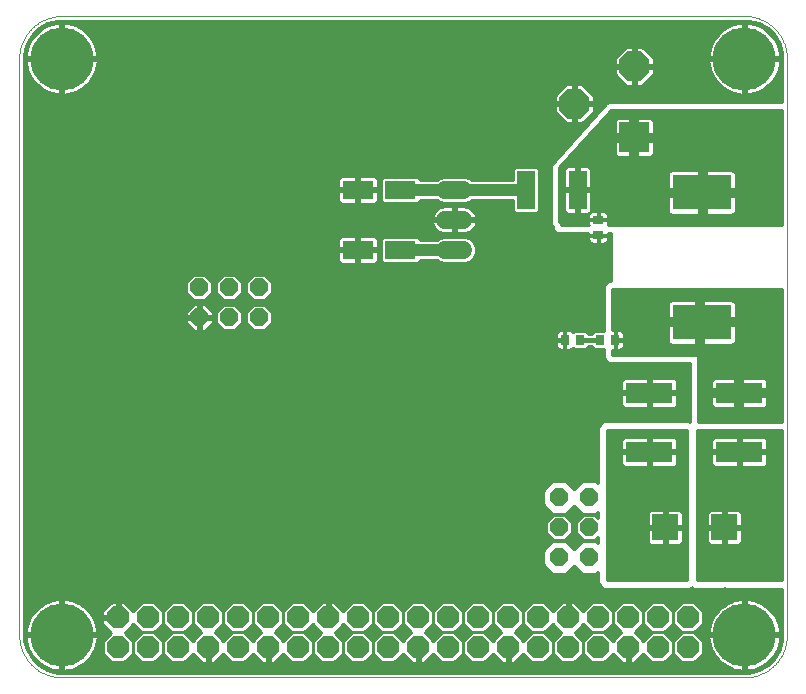
<source format=gtl>
G75*
%MOIN*%
%OFA0B0*%
%FSLAX25Y25*%
%IPPOS*%
%LPD*%
%AMOC8*
5,1,8,0,0,1.08239X$1,22.5*
%
%ADD10C,0.00000*%
%ADD11C,0.21000*%
%ADD12R,0.06102X0.12992*%
%ADD13C,0.06000*%
%ADD14R,0.10236X0.06299*%
%ADD15R,0.15748X0.07087*%
%ADD16R,0.19685X0.11811*%
%ADD17R,0.03543X0.02756*%
%ADD18R,0.02756X0.03543*%
%ADD19R,0.08600X0.08600*%
%ADD20R,0.10000X0.10000*%
%ADD21OC8,0.10000*%
%ADD22OC8,0.07400*%
%ADD23OC8,0.06000*%
%ADD24C,0.01000*%
%ADD25C,0.02000*%
%ADD26C,0.04000*%
%ADD27C,0.03200*%
%ADD28C,0.01600*%
D10*
X0015673Y0004109D02*
X0243232Y0004109D01*
X0243574Y0004113D01*
X0243917Y0004126D01*
X0244259Y0004146D01*
X0244600Y0004175D01*
X0244940Y0004212D01*
X0245280Y0004258D01*
X0245618Y0004311D01*
X0245955Y0004373D01*
X0246290Y0004443D01*
X0246624Y0004521D01*
X0246955Y0004607D01*
X0247285Y0004701D01*
X0247612Y0004803D01*
X0247936Y0004912D01*
X0248258Y0005030D01*
X0248577Y0005155D01*
X0248892Y0005288D01*
X0249205Y0005429D01*
X0249513Y0005577D01*
X0249819Y0005732D01*
X0250120Y0005895D01*
X0250417Y0006065D01*
X0250710Y0006242D01*
X0250999Y0006427D01*
X0251283Y0006618D01*
X0251563Y0006816D01*
X0251837Y0007020D01*
X0252107Y0007232D01*
X0252371Y0007449D01*
X0252630Y0007673D01*
X0252884Y0007904D01*
X0253132Y0008140D01*
X0253374Y0008382D01*
X0253610Y0008630D01*
X0253841Y0008884D01*
X0254065Y0009143D01*
X0254282Y0009407D01*
X0254494Y0009677D01*
X0254698Y0009951D01*
X0254896Y0010231D01*
X0255087Y0010515D01*
X0255272Y0010804D01*
X0255449Y0011097D01*
X0255619Y0011394D01*
X0255782Y0011695D01*
X0255937Y0012001D01*
X0256085Y0012309D01*
X0256226Y0012622D01*
X0256359Y0012937D01*
X0256484Y0013256D01*
X0256602Y0013578D01*
X0256711Y0013902D01*
X0256813Y0014229D01*
X0256907Y0014559D01*
X0256993Y0014890D01*
X0257071Y0015224D01*
X0257141Y0015559D01*
X0257203Y0015896D01*
X0257256Y0016234D01*
X0257302Y0016574D01*
X0257339Y0016914D01*
X0257368Y0017255D01*
X0257388Y0017597D01*
X0257401Y0017940D01*
X0257405Y0018282D01*
X0257406Y0018282D02*
X0257406Y0210408D01*
X0257405Y0210408D02*
X0257401Y0210750D01*
X0257388Y0211093D01*
X0257368Y0211435D01*
X0257339Y0211776D01*
X0257302Y0212116D01*
X0257256Y0212456D01*
X0257203Y0212794D01*
X0257141Y0213131D01*
X0257071Y0213466D01*
X0256993Y0213800D01*
X0256907Y0214131D01*
X0256813Y0214461D01*
X0256711Y0214788D01*
X0256602Y0215112D01*
X0256484Y0215434D01*
X0256359Y0215753D01*
X0256226Y0216068D01*
X0256085Y0216381D01*
X0255937Y0216689D01*
X0255782Y0216995D01*
X0255619Y0217296D01*
X0255449Y0217593D01*
X0255272Y0217886D01*
X0255087Y0218175D01*
X0254896Y0218459D01*
X0254698Y0218739D01*
X0254494Y0219013D01*
X0254282Y0219283D01*
X0254065Y0219547D01*
X0253841Y0219806D01*
X0253610Y0220060D01*
X0253374Y0220308D01*
X0253132Y0220550D01*
X0252884Y0220786D01*
X0252630Y0221017D01*
X0252371Y0221241D01*
X0252107Y0221458D01*
X0251837Y0221670D01*
X0251563Y0221874D01*
X0251283Y0222072D01*
X0250999Y0222263D01*
X0250710Y0222448D01*
X0250417Y0222625D01*
X0250120Y0222795D01*
X0249819Y0222958D01*
X0249513Y0223113D01*
X0249205Y0223261D01*
X0248892Y0223402D01*
X0248577Y0223535D01*
X0248258Y0223660D01*
X0247936Y0223778D01*
X0247612Y0223887D01*
X0247285Y0223989D01*
X0246955Y0224083D01*
X0246624Y0224169D01*
X0246290Y0224247D01*
X0245955Y0224317D01*
X0245618Y0224379D01*
X0245280Y0224432D01*
X0244940Y0224478D01*
X0244600Y0224515D01*
X0244259Y0224544D01*
X0243917Y0224564D01*
X0243574Y0224577D01*
X0243232Y0224581D01*
X0015673Y0224581D01*
X0015331Y0224577D01*
X0014988Y0224564D01*
X0014646Y0224544D01*
X0014305Y0224515D01*
X0013965Y0224478D01*
X0013625Y0224432D01*
X0013287Y0224379D01*
X0012950Y0224317D01*
X0012615Y0224247D01*
X0012281Y0224169D01*
X0011950Y0224083D01*
X0011620Y0223989D01*
X0011293Y0223887D01*
X0010969Y0223778D01*
X0010647Y0223660D01*
X0010328Y0223535D01*
X0010013Y0223402D01*
X0009700Y0223261D01*
X0009392Y0223113D01*
X0009086Y0222958D01*
X0008785Y0222795D01*
X0008488Y0222625D01*
X0008195Y0222448D01*
X0007906Y0222263D01*
X0007622Y0222072D01*
X0007342Y0221874D01*
X0007068Y0221670D01*
X0006798Y0221458D01*
X0006534Y0221241D01*
X0006275Y0221017D01*
X0006021Y0220786D01*
X0005773Y0220550D01*
X0005531Y0220308D01*
X0005295Y0220060D01*
X0005064Y0219806D01*
X0004840Y0219547D01*
X0004623Y0219283D01*
X0004411Y0219013D01*
X0004207Y0218739D01*
X0004009Y0218459D01*
X0003818Y0218175D01*
X0003633Y0217886D01*
X0003456Y0217593D01*
X0003286Y0217296D01*
X0003123Y0216995D01*
X0002968Y0216689D01*
X0002820Y0216381D01*
X0002679Y0216068D01*
X0002546Y0215753D01*
X0002421Y0215434D01*
X0002303Y0215112D01*
X0002194Y0214788D01*
X0002092Y0214461D01*
X0001998Y0214131D01*
X0001912Y0213800D01*
X0001834Y0213466D01*
X0001764Y0213131D01*
X0001702Y0212794D01*
X0001649Y0212456D01*
X0001603Y0212116D01*
X0001566Y0211776D01*
X0001537Y0211435D01*
X0001517Y0211093D01*
X0001504Y0210750D01*
X0001500Y0210408D01*
X0001500Y0018282D01*
X0001504Y0017940D01*
X0001517Y0017597D01*
X0001537Y0017255D01*
X0001566Y0016914D01*
X0001603Y0016574D01*
X0001649Y0016234D01*
X0001702Y0015896D01*
X0001764Y0015559D01*
X0001834Y0015224D01*
X0001912Y0014890D01*
X0001998Y0014559D01*
X0002092Y0014229D01*
X0002194Y0013902D01*
X0002303Y0013578D01*
X0002421Y0013256D01*
X0002546Y0012937D01*
X0002679Y0012622D01*
X0002820Y0012309D01*
X0002968Y0012001D01*
X0003123Y0011695D01*
X0003286Y0011394D01*
X0003456Y0011097D01*
X0003633Y0010804D01*
X0003818Y0010515D01*
X0004009Y0010231D01*
X0004207Y0009951D01*
X0004411Y0009677D01*
X0004623Y0009407D01*
X0004840Y0009143D01*
X0005064Y0008884D01*
X0005295Y0008630D01*
X0005531Y0008382D01*
X0005773Y0008140D01*
X0006021Y0007904D01*
X0006275Y0007673D01*
X0006534Y0007449D01*
X0006798Y0007232D01*
X0007068Y0007020D01*
X0007342Y0006816D01*
X0007622Y0006618D01*
X0007906Y0006427D01*
X0008195Y0006242D01*
X0008488Y0006065D01*
X0008785Y0005895D01*
X0009086Y0005732D01*
X0009392Y0005577D01*
X0009700Y0005429D01*
X0010013Y0005288D01*
X0010328Y0005155D01*
X0010647Y0005030D01*
X0010969Y0004912D01*
X0011293Y0004803D01*
X0011620Y0004701D01*
X0011950Y0004607D01*
X0012281Y0004521D01*
X0012615Y0004443D01*
X0012950Y0004373D01*
X0013287Y0004311D01*
X0013625Y0004258D01*
X0013965Y0004212D01*
X0014305Y0004175D01*
X0014646Y0004146D01*
X0014988Y0004126D01*
X0015331Y0004113D01*
X0015673Y0004109D01*
D11*
X0015673Y0018282D03*
X0015673Y0210408D03*
X0243232Y0210408D03*
X0243232Y0018282D03*
D12*
X0187602Y0166609D03*
X0170398Y0166609D03*
D13*
X0149500Y0166609D02*
X0143500Y0166609D01*
X0143500Y0156609D02*
X0149500Y0156609D01*
X0149500Y0146609D02*
X0143500Y0146609D01*
D14*
X0128587Y0146609D03*
X0114413Y0146609D03*
X0114413Y0166609D03*
X0128587Y0166609D03*
D15*
X0211500Y0098951D03*
X0211500Y0079266D03*
X0241500Y0079266D03*
X0241500Y0098951D03*
D16*
X0229000Y0122455D03*
X0229000Y0165762D03*
D17*
X0194531Y0156668D03*
X0194531Y0151550D03*
D18*
X0195122Y0116609D03*
X0200240Y0116609D03*
X0188528Y0116609D03*
X0183409Y0116609D03*
D19*
X0216815Y0054109D03*
X0236500Y0054109D03*
D20*
X0206500Y0184109D03*
D21*
X0186500Y0195359D03*
X0206500Y0207859D03*
D22*
X0204441Y0024117D03*
X0194441Y0024117D03*
X0184441Y0024117D03*
X0174441Y0024117D03*
X0164441Y0024117D03*
X0154441Y0024117D03*
X0144441Y0024117D03*
X0134441Y0024117D03*
X0124441Y0024117D03*
X0114441Y0024117D03*
X0104441Y0024117D03*
X0094441Y0024117D03*
X0084441Y0024117D03*
X0074441Y0024117D03*
X0064441Y0024117D03*
X0054441Y0024117D03*
X0044441Y0024117D03*
X0034441Y0024117D03*
X0034441Y0014117D03*
X0044441Y0014117D03*
X0054441Y0014117D03*
X0064441Y0014117D03*
X0074441Y0014117D03*
X0084441Y0014117D03*
X0094441Y0014117D03*
X0104441Y0014117D03*
X0114441Y0014117D03*
X0124441Y0014117D03*
X0134441Y0014117D03*
X0144441Y0014117D03*
X0154441Y0014117D03*
X0164441Y0014117D03*
X0174441Y0014117D03*
X0184441Y0014117D03*
X0194441Y0014117D03*
X0204441Y0014117D03*
X0214441Y0014117D03*
X0224441Y0014117D03*
X0224441Y0024117D03*
X0214441Y0024117D03*
D23*
X0191500Y0044109D03*
X0181500Y0044109D03*
X0181500Y0054109D03*
X0191500Y0054109D03*
X0191500Y0064109D03*
X0181500Y0064109D03*
X0081500Y0124109D03*
X0071500Y0124109D03*
X0061500Y0124109D03*
X0061500Y0134109D03*
X0071500Y0134109D03*
X0081500Y0134109D03*
D24*
X0005619Y0010567D02*
X0007958Y0008228D01*
X0010823Y0006573D01*
X0014019Y0005717D01*
X0015673Y0005609D01*
X0243232Y0005609D01*
X0244886Y0005717D01*
X0248082Y0006573D01*
X0250947Y0008228D01*
X0253287Y0010567D01*
X0254941Y0013432D01*
X0255797Y0016628D01*
X0255906Y0018282D01*
X0255906Y0033640D01*
X0226910Y0033640D01*
X0225818Y0034092D01*
X0225750Y0034161D01*
X0225682Y0034092D01*
X0224590Y0033640D01*
X0196910Y0033640D01*
X0195818Y0034092D01*
X0194983Y0034927D01*
X0194531Y0036018D01*
X0194531Y0039407D01*
X0193765Y0038640D01*
X0189235Y0038640D01*
X0186500Y0041375D01*
X0183765Y0038640D01*
X0179235Y0038640D01*
X0176031Y0041844D01*
X0176031Y0046374D01*
X0179235Y0049577D01*
X0183765Y0049577D01*
X0186500Y0046842D01*
X0189235Y0049577D01*
X0193765Y0049577D01*
X0194531Y0048811D01*
X0194531Y0051059D01*
X0193281Y0049809D01*
X0189719Y0049809D01*
X0187200Y0052328D01*
X0187200Y0055890D01*
X0189719Y0058409D01*
X0193281Y0058409D01*
X0194531Y0057158D01*
X0194531Y0059407D01*
X0193765Y0058640D01*
X0189235Y0058640D01*
X0186500Y0061375D01*
X0183765Y0058640D01*
X0179235Y0058640D01*
X0176031Y0061844D01*
X0176031Y0066374D01*
X0179235Y0069577D01*
X0183765Y0069577D01*
X0186500Y0066842D01*
X0189235Y0069577D01*
X0193765Y0069577D01*
X0194531Y0068811D01*
X0194531Y0087199D01*
X0194983Y0088290D01*
X0195818Y0089125D01*
X0196910Y0089577D01*
X0224590Y0089577D01*
X0225106Y0089363D01*
X0225106Y0109034D01*
X0198488Y0109034D01*
X0197541Y0109426D01*
X0196817Y0110150D01*
X0196425Y0111096D01*
X0196425Y0113537D01*
X0193206Y0113537D01*
X0192444Y0114299D01*
X0192444Y0114509D01*
X0191205Y0114509D01*
X0191205Y0114299D01*
X0190444Y0113537D01*
X0186611Y0113537D01*
X0186077Y0114071D01*
X0185988Y0113916D01*
X0185708Y0113637D01*
X0185366Y0113439D01*
X0184985Y0113337D01*
X0183598Y0113337D01*
X0183598Y0116420D01*
X0183220Y0116420D01*
X0180531Y0116420D01*
X0180531Y0114640D01*
X0180634Y0114258D01*
X0180831Y0113916D01*
X0181110Y0113637D01*
X0181453Y0113439D01*
X0181834Y0113337D01*
X0183220Y0113337D01*
X0183220Y0116420D01*
X0183220Y0116798D01*
X0180531Y0116798D01*
X0180531Y0118578D01*
X0180634Y0118959D01*
X0180831Y0119301D01*
X0181110Y0119581D01*
X0181453Y0119778D01*
X0181834Y0119880D01*
X0183220Y0119880D01*
X0183220Y0116798D01*
X0183598Y0116798D01*
X0183598Y0119880D01*
X0184985Y0119880D01*
X0185366Y0119778D01*
X0185708Y0119581D01*
X0185988Y0119301D01*
X0186077Y0119146D01*
X0186611Y0119680D01*
X0190444Y0119680D01*
X0191205Y0118919D01*
X0191205Y0118709D01*
X0192444Y0118709D01*
X0192444Y0118919D01*
X0193206Y0119680D01*
X0196425Y0119680D01*
X0196425Y0134227D01*
X0196817Y0135173D01*
X0197541Y0135898D01*
X0198488Y0136290D01*
X0198744Y0136290D01*
X0198744Y0152321D01*
X0197803Y0152321D01*
X0197803Y0151739D01*
X0194721Y0151739D01*
X0194721Y0151361D01*
X0197803Y0151361D01*
X0197803Y0149974D01*
X0197701Y0149593D01*
X0197503Y0149251D01*
X0197224Y0148971D01*
X0196882Y0148774D01*
X0196501Y0148672D01*
X0194720Y0148672D01*
X0194720Y0151361D01*
X0194342Y0151361D01*
X0191260Y0151361D01*
X0191260Y0149974D01*
X0191362Y0149593D01*
X0191560Y0149251D01*
X0191839Y0148971D01*
X0192181Y0148774D01*
X0192562Y0148672D01*
X0194342Y0148672D01*
X0194342Y0151361D01*
X0194342Y0151739D01*
X0191260Y0151739D01*
X0191260Y0152321D01*
X0180988Y0152321D01*
X0180041Y0152713D01*
X0179317Y0153438D01*
X0178925Y0154384D01*
X0178925Y0174034D01*
X0178900Y0174471D01*
X0178925Y0174544D01*
X0178925Y0174621D01*
X0179093Y0175025D01*
X0179236Y0175438D01*
X0179288Y0175496D01*
X0179317Y0175567D01*
X0179627Y0175877D01*
X0196394Y0194709D01*
X0196423Y0194780D01*
X0196733Y0195089D01*
X0197024Y0195416D01*
X0197093Y0195450D01*
X0197148Y0195504D01*
X0197552Y0195671D01*
X0197946Y0195862D01*
X0198023Y0195867D01*
X0198094Y0195896D01*
X0198532Y0195896D01*
X0198969Y0195921D01*
X0199041Y0195896D01*
X0255906Y0195896D01*
X0255906Y0210408D01*
X0255797Y0212062D01*
X0254941Y0215258D01*
X0253287Y0218123D01*
X0250947Y0220462D01*
X0248082Y0222116D01*
X0244886Y0222973D01*
X0243232Y0223081D01*
X0015673Y0223081D01*
X0014019Y0222973D01*
X0010823Y0222116D01*
X0007958Y0220462D01*
X0005619Y0218123D01*
X0003965Y0215258D01*
X0003108Y0212062D01*
X0003108Y0212062D01*
X0003000Y0210408D01*
X0003000Y0018282D01*
X0003108Y0016628D01*
X0003965Y0013432D01*
X0005619Y0010567D01*
X0005312Y0011098D02*
X0006053Y0011098D01*
X0005871Y0011327D02*
X0006711Y0010273D01*
X0007664Y0009320D01*
X0008718Y0008480D01*
X0009859Y0007763D01*
X0011074Y0007178D01*
X0012346Y0006733D01*
X0013660Y0006433D01*
X0014999Y0006282D01*
X0015173Y0006282D01*
X0015173Y0017782D01*
X0003673Y0017782D01*
X0003673Y0017608D01*
X0003824Y0016269D01*
X0004124Y0014955D01*
X0004569Y0013682D01*
X0005154Y0012468D01*
X0005871Y0011327D01*
X0005387Y0012097D02*
X0004736Y0012097D01*
X0004852Y0013095D02*
X0004159Y0013095D01*
X0004425Y0014094D02*
X0003787Y0014094D01*
X0003520Y0015092D02*
X0004093Y0015092D01*
X0003865Y0016091D02*
X0003252Y0016091D01*
X0003078Y0017089D02*
X0003732Y0017089D01*
X0003013Y0018088D02*
X0015173Y0018088D01*
X0015173Y0017782D02*
X0015173Y0018782D01*
X0003673Y0018782D01*
X0003673Y0018956D01*
X0003824Y0020295D01*
X0004124Y0021609D01*
X0004569Y0022881D01*
X0005154Y0024096D01*
X0005871Y0025237D01*
X0006711Y0026291D01*
X0007664Y0027244D01*
X0008718Y0028084D01*
X0009859Y0028801D01*
X0011074Y0029386D01*
X0012346Y0029831D01*
X0013660Y0030131D01*
X0014999Y0030282D01*
X0015173Y0030282D01*
X0015173Y0018782D01*
X0016173Y0018782D01*
X0016173Y0030282D01*
X0016347Y0030282D01*
X0017686Y0030131D01*
X0019000Y0029831D01*
X0020273Y0029386D01*
X0021487Y0028801D01*
X0022628Y0028084D01*
X0023682Y0027244D01*
X0024635Y0026291D01*
X0025475Y0025237D01*
X0026192Y0024096D01*
X0026777Y0022881D01*
X0027222Y0021609D01*
X0027522Y0020295D01*
X0027673Y0018956D01*
X0027673Y0018782D01*
X0016173Y0018782D01*
X0016173Y0017782D01*
X0016173Y0006282D01*
X0016347Y0006282D01*
X0017686Y0006433D01*
X0019000Y0006733D01*
X0020273Y0007178D01*
X0021487Y0007763D01*
X0022628Y0008480D01*
X0023682Y0009320D01*
X0024635Y0010273D01*
X0025475Y0011327D01*
X0026192Y0012468D01*
X0026777Y0013682D01*
X0027222Y0014955D01*
X0027522Y0016269D01*
X0027673Y0017608D01*
X0027673Y0017782D01*
X0016173Y0017782D01*
X0015173Y0017782D01*
X0015173Y0017089D02*
X0016173Y0017089D01*
X0016173Y0016091D02*
X0015173Y0016091D01*
X0015173Y0015092D02*
X0016173Y0015092D01*
X0016173Y0014094D02*
X0015173Y0014094D01*
X0015173Y0013095D02*
X0016173Y0013095D01*
X0016173Y0012097D02*
X0015173Y0012097D01*
X0015173Y0011098D02*
X0016173Y0011098D01*
X0016173Y0010100D02*
X0015173Y0010100D01*
X0015173Y0009101D02*
X0016173Y0009101D01*
X0016173Y0008103D02*
X0015173Y0008103D01*
X0015173Y0007104D02*
X0016173Y0007104D01*
X0020062Y0007104D02*
X0238843Y0007104D01*
X0238633Y0007178D02*
X0239905Y0006733D01*
X0241219Y0006433D01*
X0242558Y0006282D01*
X0242732Y0006282D01*
X0242732Y0017782D01*
X0231232Y0017782D01*
X0231232Y0017608D01*
X0231383Y0016269D01*
X0231683Y0014955D01*
X0232128Y0013682D01*
X0232713Y0012468D01*
X0233430Y0011327D01*
X0234270Y0010273D01*
X0235224Y0009320D01*
X0236277Y0008480D01*
X0237419Y0007763D01*
X0238633Y0007178D01*
X0236877Y0008103D02*
X0022028Y0008103D01*
X0023408Y0009101D02*
X0062102Y0009101D01*
X0062287Y0008917D02*
X0059300Y0011904D01*
X0056512Y0009117D01*
X0052370Y0009117D01*
X0049441Y0012045D01*
X0046512Y0009117D01*
X0042370Y0009117D01*
X0039441Y0012045D01*
X0039441Y0016188D01*
X0036653Y0018975D01*
X0039582Y0021904D01*
X0042370Y0019117D01*
X0046512Y0019117D01*
X0049441Y0022045D01*
X0049441Y0026188D01*
X0046512Y0029117D01*
X0042370Y0029117D01*
X0039582Y0026329D01*
X0036595Y0029317D01*
X0034941Y0029317D01*
X0034941Y0024617D01*
X0033941Y0024617D01*
X0033941Y0029317D01*
X0032287Y0029317D01*
X0029241Y0026270D01*
X0029241Y0024617D01*
X0033941Y0024617D01*
X0033941Y0023617D01*
X0029241Y0023617D01*
X0029241Y0021963D01*
X0032228Y0018975D01*
X0029441Y0016188D01*
X0029441Y0012045D01*
X0032370Y0009117D01*
X0036512Y0009117D01*
X0039441Y0012045D01*
X0039441Y0016188D01*
X0042370Y0019117D01*
X0046512Y0019117D01*
X0049441Y0016188D01*
X0049441Y0012045D01*
X0049441Y0016188D01*
X0052370Y0019117D01*
X0056512Y0019117D01*
X0059441Y0022045D01*
X0062228Y0019258D01*
X0059300Y0016329D01*
X0056512Y0019117D01*
X0052370Y0019117D01*
X0049441Y0022045D01*
X0049441Y0026188D01*
X0052370Y0029117D01*
X0056512Y0029117D01*
X0059441Y0026188D01*
X0059441Y0022045D01*
X0059441Y0026188D01*
X0062370Y0029117D01*
X0066512Y0029117D01*
X0069441Y0026188D01*
X0069441Y0022045D01*
X0066653Y0019258D01*
X0069582Y0016329D01*
X0072370Y0019117D01*
X0076512Y0019117D01*
X0079441Y0022045D01*
X0082228Y0019258D01*
X0079300Y0016329D01*
X0076512Y0019117D01*
X0072370Y0019117D01*
X0069441Y0022045D01*
X0069441Y0026188D01*
X0072370Y0029117D01*
X0076512Y0029117D01*
X0079441Y0026188D01*
X0079441Y0022045D01*
X0079441Y0026188D01*
X0082370Y0029117D01*
X0086512Y0029117D01*
X0089441Y0026188D01*
X0089441Y0022045D01*
X0086653Y0019258D01*
X0089582Y0016329D01*
X0092370Y0019117D01*
X0096512Y0019117D01*
X0099300Y0021904D01*
X0102228Y0018975D01*
X0099441Y0016188D01*
X0096512Y0019117D01*
X0092370Y0019117D01*
X0089441Y0022045D01*
X0089441Y0026188D01*
X0092370Y0029117D01*
X0096512Y0029117D01*
X0099300Y0026329D01*
X0102287Y0029317D01*
X0103941Y0029317D01*
X0103941Y0024617D01*
X0104941Y0024617D01*
X0104941Y0029317D01*
X0106595Y0029317D01*
X0109582Y0026329D01*
X0112370Y0029117D01*
X0116512Y0029117D01*
X0119441Y0026188D01*
X0119441Y0022045D01*
X0116512Y0019117D01*
X0112370Y0019117D01*
X0109582Y0021904D01*
X0106653Y0018975D01*
X0109441Y0016188D01*
X0109441Y0012045D01*
X0106512Y0009117D01*
X0102370Y0009117D01*
X0099441Y0012045D01*
X0099441Y0016188D01*
X0099441Y0012045D01*
X0096512Y0009117D01*
X0092370Y0009117D01*
X0089582Y0011904D01*
X0086595Y0008917D01*
X0084941Y0008917D01*
X0084941Y0013616D01*
X0083941Y0013616D01*
X0083941Y0008917D01*
X0082287Y0008917D01*
X0079300Y0011904D01*
X0076512Y0009117D01*
X0072370Y0009117D01*
X0069582Y0011904D01*
X0066595Y0008917D01*
X0064941Y0008917D01*
X0064941Y0013616D01*
X0063941Y0013616D01*
X0063941Y0008917D01*
X0062287Y0008917D01*
X0063941Y0009101D02*
X0064941Y0009101D01*
X0064941Y0010100D02*
X0063941Y0010100D01*
X0063941Y0011098D02*
X0064941Y0011098D01*
X0064941Y0012097D02*
X0063941Y0012097D01*
X0063941Y0013095D02*
X0064941Y0013095D01*
X0067778Y0010100D02*
X0071387Y0010100D01*
X0070388Y0011098D02*
X0068777Y0011098D01*
X0066780Y0009101D02*
X0082102Y0009101D01*
X0081104Y0010100D02*
X0077495Y0010100D01*
X0078494Y0011098D02*
X0080105Y0011098D01*
X0083941Y0011098D02*
X0084941Y0011098D01*
X0084941Y0010100D02*
X0083941Y0010100D01*
X0083941Y0009101D02*
X0084941Y0009101D01*
X0086780Y0009101D02*
X0132102Y0009101D01*
X0132287Y0008917D02*
X0129300Y0011904D01*
X0126512Y0009117D01*
X0122370Y0009117D01*
X0119441Y0012045D01*
X0116512Y0009117D01*
X0112370Y0009117D01*
X0109441Y0012045D01*
X0109441Y0016188D01*
X0112370Y0019117D01*
X0116512Y0019117D01*
X0119441Y0016188D01*
X0119441Y0012045D01*
X0119441Y0016188D01*
X0122370Y0019117D01*
X0126512Y0019117D01*
X0129441Y0022045D01*
X0132228Y0019258D01*
X0129300Y0016329D01*
X0126512Y0019117D01*
X0122370Y0019117D01*
X0119441Y0022045D01*
X0119441Y0026188D01*
X0122370Y0029117D01*
X0126512Y0029117D01*
X0129441Y0026188D01*
X0129441Y0022045D01*
X0129441Y0026188D01*
X0132370Y0029117D01*
X0136512Y0029117D01*
X0139441Y0026188D01*
X0139441Y0022045D01*
X0136653Y0019258D01*
X0139582Y0016329D01*
X0142370Y0019117D01*
X0146512Y0019117D01*
X0149441Y0022045D01*
X0149441Y0026188D01*
X0146512Y0029117D01*
X0142370Y0029117D01*
X0139441Y0026188D01*
X0139441Y0022045D01*
X0142370Y0019117D01*
X0146512Y0019117D01*
X0149441Y0016188D01*
X0149441Y0012045D01*
X0146512Y0009117D01*
X0142370Y0009117D01*
X0139582Y0011904D01*
X0136595Y0008917D01*
X0134941Y0008917D01*
X0134941Y0013616D01*
X0133941Y0013616D01*
X0133941Y0008917D01*
X0132287Y0008917D01*
X0133941Y0009101D02*
X0134941Y0009101D01*
X0134941Y0010100D02*
X0133941Y0010100D01*
X0133941Y0011098D02*
X0134941Y0011098D01*
X0134941Y0012097D02*
X0133941Y0012097D01*
X0133941Y0013095D02*
X0134941Y0013095D01*
X0137778Y0010100D02*
X0141387Y0010100D01*
X0140388Y0011098D02*
X0138777Y0011098D01*
X0136780Y0009101D02*
X0162102Y0009101D01*
X0162287Y0008917D02*
X0163941Y0008917D01*
X0163941Y0013616D01*
X0164941Y0013616D01*
X0164941Y0008917D01*
X0166595Y0008917D01*
X0169582Y0011904D01*
X0172370Y0009117D01*
X0176512Y0009117D01*
X0179441Y0012045D01*
X0179441Y0016188D01*
X0176512Y0019117D01*
X0179300Y0021904D01*
X0182228Y0018975D01*
X0179441Y0016188D01*
X0179441Y0012045D01*
X0182370Y0009117D01*
X0186512Y0009117D01*
X0189441Y0012045D01*
X0189441Y0016188D01*
X0186653Y0018975D01*
X0189582Y0021904D01*
X0192370Y0019117D01*
X0196512Y0019117D01*
X0199441Y0022045D01*
X0199441Y0026188D01*
X0196512Y0029117D01*
X0192370Y0029117D01*
X0189582Y0026329D01*
X0186595Y0029317D01*
X0184941Y0029317D01*
X0184941Y0024617D01*
X0183941Y0024617D01*
X0183941Y0029317D01*
X0182287Y0029317D01*
X0179300Y0026329D01*
X0176512Y0029117D01*
X0172370Y0029117D01*
X0169441Y0026188D01*
X0166512Y0029117D01*
X0162370Y0029117D01*
X0159441Y0026188D01*
X0159441Y0022045D01*
X0162228Y0019258D01*
X0159300Y0016329D01*
X0156512Y0019117D01*
X0159441Y0022045D01*
X0159441Y0026188D01*
X0156512Y0029117D01*
X0152370Y0029117D01*
X0149441Y0026188D01*
X0149441Y0022045D01*
X0152370Y0019117D01*
X0156512Y0019117D01*
X0152370Y0019117D01*
X0149441Y0016188D01*
X0149441Y0012045D01*
X0152370Y0009117D01*
X0156512Y0009117D01*
X0159300Y0011904D01*
X0162287Y0008917D01*
X0163941Y0009101D02*
X0164941Y0009101D01*
X0164941Y0010100D02*
X0163941Y0010100D01*
X0163941Y0011098D02*
X0164941Y0011098D01*
X0164941Y0012097D02*
X0163941Y0012097D01*
X0163941Y0013095D02*
X0164941Y0013095D01*
X0167778Y0010100D02*
X0171387Y0010100D01*
X0170388Y0011098D02*
X0168777Y0011098D01*
X0166780Y0009101D02*
X0202102Y0009101D01*
X0202287Y0008917D02*
X0203941Y0008917D01*
X0203941Y0013616D01*
X0204941Y0013616D01*
X0204941Y0008917D01*
X0206595Y0008917D01*
X0209582Y0011904D01*
X0212370Y0009117D01*
X0216512Y0009117D01*
X0219441Y0012045D01*
X0219441Y0016188D01*
X0216512Y0019117D01*
X0219441Y0022045D01*
X0219441Y0026188D01*
X0216512Y0029117D01*
X0212370Y0029117D01*
X0209441Y0026188D01*
X0206512Y0029117D01*
X0202370Y0029117D01*
X0199441Y0026188D01*
X0199441Y0022045D01*
X0202228Y0019258D01*
X0199300Y0016329D01*
X0196512Y0019117D01*
X0192370Y0019117D01*
X0189441Y0016188D01*
X0189441Y0012045D01*
X0192370Y0009117D01*
X0196512Y0009117D01*
X0199300Y0011904D01*
X0202287Y0008917D01*
X0203941Y0009101D02*
X0204941Y0009101D01*
X0204941Y0010100D02*
X0203941Y0010100D01*
X0203941Y0011098D02*
X0204941Y0011098D01*
X0204941Y0012097D02*
X0203941Y0012097D01*
X0203941Y0013095D02*
X0204941Y0013095D01*
X0207778Y0010100D02*
X0211387Y0010100D01*
X0210388Y0011098D02*
X0208777Y0011098D01*
X0206780Y0009101D02*
X0235498Y0009101D01*
X0234444Y0010100D02*
X0227495Y0010100D01*
X0226512Y0009117D02*
X0229441Y0012045D01*
X0229441Y0016188D01*
X0226512Y0019117D01*
X0229441Y0022045D01*
X0229441Y0026188D01*
X0226512Y0029117D01*
X0222370Y0029117D01*
X0219441Y0026188D01*
X0219441Y0022045D01*
X0222370Y0019117D01*
X0226512Y0019117D01*
X0222370Y0019117D01*
X0219441Y0016188D01*
X0219441Y0012045D01*
X0222370Y0009117D01*
X0226512Y0009117D01*
X0228494Y0011098D02*
X0233612Y0011098D01*
X0232946Y0012097D02*
X0229441Y0012097D01*
X0229441Y0013095D02*
X0232411Y0013095D01*
X0231984Y0014094D02*
X0229441Y0014094D01*
X0229441Y0015092D02*
X0231652Y0015092D01*
X0231424Y0016091D02*
X0229441Y0016091D01*
X0228539Y0017089D02*
X0231291Y0017089D01*
X0231232Y0018782D02*
X0242732Y0018782D01*
X0242732Y0017782D01*
X0243732Y0017782D01*
X0243732Y0006282D01*
X0243906Y0006282D01*
X0245246Y0006433D01*
X0246560Y0006733D01*
X0247832Y0007178D01*
X0249046Y0007763D01*
X0250187Y0008480D01*
X0251241Y0009320D01*
X0252194Y0010273D01*
X0253034Y0011327D01*
X0253752Y0012468D01*
X0254336Y0013682D01*
X0254781Y0014955D01*
X0255081Y0016269D01*
X0255232Y0017608D01*
X0255232Y0017782D01*
X0243732Y0017782D01*
X0243732Y0018782D01*
X0242732Y0018782D01*
X0242732Y0030282D01*
X0242558Y0030282D01*
X0241219Y0030131D01*
X0239905Y0029831D01*
X0238633Y0029386D01*
X0237419Y0028801D01*
X0236277Y0028084D01*
X0235224Y0027244D01*
X0234270Y0026291D01*
X0233430Y0025237D01*
X0232713Y0024096D01*
X0232128Y0022881D01*
X0231683Y0021609D01*
X0231383Y0020295D01*
X0231232Y0018956D01*
X0231232Y0018782D01*
X0231247Y0019086D02*
X0226542Y0019086D01*
X0227480Y0020085D02*
X0231360Y0020085D01*
X0231563Y0021083D02*
X0228479Y0021083D01*
X0229441Y0022082D02*
X0231849Y0022082D01*
X0232224Y0023080D02*
X0229441Y0023080D01*
X0229441Y0024079D02*
X0232705Y0024079D01*
X0233330Y0025077D02*
X0229441Y0025077D01*
X0229441Y0026076D02*
X0234099Y0026076D01*
X0235054Y0027074D02*
X0228554Y0027074D01*
X0227556Y0028073D02*
X0236263Y0028073D01*
X0237980Y0029071D02*
X0226557Y0029071D01*
X0222325Y0029071D02*
X0216557Y0029071D01*
X0217556Y0028073D02*
X0221326Y0028073D01*
X0220328Y0027074D02*
X0218554Y0027074D01*
X0219441Y0026076D02*
X0219441Y0026076D01*
X0219441Y0025077D02*
X0219441Y0025077D01*
X0219441Y0024079D02*
X0219441Y0024079D01*
X0219441Y0023080D02*
X0219441Y0023080D01*
X0219441Y0022082D02*
X0219441Y0022082D01*
X0218479Y0021083D02*
X0220403Y0021083D01*
X0221402Y0020085D02*
X0217480Y0020085D01*
X0216512Y0019117D02*
X0212370Y0019117D01*
X0209441Y0022045D01*
X0206653Y0019258D01*
X0209582Y0016329D01*
X0212370Y0019117D01*
X0216512Y0019117D01*
X0216542Y0019086D02*
X0222340Y0019086D01*
X0221341Y0018088D02*
X0217541Y0018088D01*
X0218539Y0017089D02*
X0220343Y0017089D01*
X0219441Y0016091D02*
X0219441Y0016091D01*
X0219441Y0015092D02*
X0219441Y0015092D01*
X0219441Y0014094D02*
X0219441Y0014094D01*
X0219441Y0013095D02*
X0219441Y0013095D01*
X0219441Y0012097D02*
X0219441Y0012097D01*
X0218494Y0011098D02*
X0220388Y0011098D01*
X0221387Y0010100D02*
X0217495Y0010100D01*
X0210343Y0017089D02*
X0208822Y0017089D01*
X0207824Y0018088D02*
X0211341Y0018088D01*
X0212340Y0019086D02*
X0206825Y0019086D01*
X0207480Y0020085D02*
X0211402Y0020085D01*
X0210403Y0021083D02*
X0208479Y0021083D01*
X0209441Y0022045D02*
X0209441Y0026188D01*
X0209441Y0022045D01*
X0209441Y0022082D02*
X0209441Y0022082D01*
X0209441Y0023080D02*
X0209441Y0023080D01*
X0209441Y0024079D02*
X0209441Y0024079D01*
X0209441Y0025077D02*
X0209441Y0025077D01*
X0209441Y0026076D02*
X0209441Y0026076D01*
X0208554Y0027074D02*
X0210328Y0027074D01*
X0211326Y0028073D02*
X0207556Y0028073D01*
X0206557Y0029071D02*
X0212325Y0029071D01*
X0202325Y0029071D02*
X0196557Y0029071D01*
X0197556Y0028073D02*
X0201326Y0028073D01*
X0200328Y0027074D02*
X0198554Y0027074D01*
X0199441Y0026076D02*
X0199441Y0026076D01*
X0199441Y0025077D02*
X0199441Y0025077D01*
X0199441Y0024079D02*
X0199441Y0024079D01*
X0199441Y0023080D02*
X0199441Y0023080D01*
X0199441Y0022082D02*
X0199441Y0022082D01*
X0198479Y0021083D02*
X0200403Y0021083D01*
X0201402Y0020085D02*
X0197480Y0020085D01*
X0196542Y0019086D02*
X0202057Y0019086D01*
X0201058Y0018088D02*
X0197541Y0018088D01*
X0198539Y0017089D02*
X0200060Y0017089D01*
X0200105Y0011098D02*
X0198494Y0011098D01*
X0197495Y0010100D02*
X0201104Y0010100D01*
X0192340Y0019086D02*
X0186765Y0019086D01*
X0187541Y0018088D02*
X0191341Y0018088D01*
X0190343Y0017089D02*
X0188539Y0017089D01*
X0189441Y0016091D02*
X0189441Y0016091D01*
X0189441Y0015092D02*
X0189441Y0015092D01*
X0189441Y0014094D02*
X0189441Y0014094D01*
X0189441Y0013095D02*
X0189441Y0013095D01*
X0189441Y0012097D02*
X0189441Y0012097D01*
X0188494Y0011098D02*
X0190388Y0011098D01*
X0191387Y0010100D02*
X0187495Y0010100D01*
X0181387Y0010100D02*
X0177495Y0010100D01*
X0178494Y0011098D02*
X0180388Y0011098D01*
X0179441Y0012097D02*
X0179441Y0012097D01*
X0179441Y0013095D02*
X0179441Y0013095D01*
X0179441Y0014094D02*
X0179441Y0014094D01*
X0179441Y0015092D02*
X0179441Y0015092D01*
X0179441Y0016091D02*
X0179441Y0016091D01*
X0178539Y0017089D02*
X0180343Y0017089D01*
X0181341Y0018088D02*
X0177541Y0018088D01*
X0176542Y0019086D02*
X0182117Y0019086D01*
X0181119Y0020085D02*
X0177480Y0020085D01*
X0176512Y0019117D02*
X0172370Y0019117D01*
X0169441Y0022045D01*
X0166653Y0019258D01*
X0169582Y0016329D01*
X0172370Y0019117D01*
X0176512Y0019117D01*
X0178479Y0021083D02*
X0180120Y0021083D01*
X0183941Y0025077D02*
X0184941Y0025077D01*
X0184941Y0026076D02*
X0183941Y0026076D01*
X0183941Y0027074D02*
X0184941Y0027074D01*
X0184941Y0028073D02*
X0183941Y0028073D01*
X0183941Y0029071D02*
X0184941Y0029071D01*
X0186840Y0029071D02*
X0192325Y0029071D01*
X0191326Y0028073D02*
X0187838Y0028073D01*
X0188837Y0027074D02*
X0190328Y0027074D01*
X0190403Y0021083D02*
X0188762Y0021083D01*
X0187763Y0020085D02*
X0191402Y0020085D01*
X0182042Y0029071D02*
X0176557Y0029071D01*
X0177556Y0028073D02*
X0181043Y0028073D01*
X0180045Y0027074D02*
X0178554Y0027074D01*
X0172325Y0029071D02*
X0166557Y0029071D01*
X0167556Y0028073D02*
X0171326Y0028073D01*
X0170328Y0027074D02*
X0168554Y0027074D01*
X0169441Y0026188D02*
X0169441Y0022045D01*
X0169441Y0026188D01*
X0169441Y0026076D02*
X0169441Y0026076D01*
X0169441Y0025077D02*
X0169441Y0025077D01*
X0169441Y0024079D02*
X0169441Y0024079D01*
X0169441Y0023080D02*
X0169441Y0023080D01*
X0169441Y0022082D02*
X0169441Y0022082D01*
X0168479Y0021083D02*
X0170403Y0021083D01*
X0171402Y0020085D02*
X0167480Y0020085D01*
X0166825Y0019086D02*
X0172340Y0019086D01*
X0171341Y0018088D02*
X0167824Y0018088D01*
X0168822Y0017089D02*
X0170343Y0017089D01*
X0162057Y0019086D02*
X0156542Y0019086D01*
X0157480Y0020085D02*
X0161402Y0020085D01*
X0160403Y0021083D02*
X0158479Y0021083D01*
X0159441Y0022082D02*
X0159441Y0022082D01*
X0159441Y0023080D02*
X0159441Y0023080D01*
X0159441Y0024079D02*
X0159441Y0024079D01*
X0159441Y0025077D02*
X0159441Y0025077D01*
X0159441Y0026076D02*
X0159441Y0026076D01*
X0158554Y0027074D02*
X0160328Y0027074D01*
X0161326Y0028073D02*
X0157556Y0028073D01*
X0156557Y0029071D02*
X0162325Y0029071D01*
X0152325Y0029071D02*
X0146557Y0029071D01*
X0147556Y0028073D02*
X0151326Y0028073D01*
X0150328Y0027074D02*
X0148554Y0027074D01*
X0149441Y0026076D02*
X0149441Y0026076D01*
X0149441Y0025077D02*
X0149441Y0025077D01*
X0149441Y0024079D02*
X0149441Y0024079D01*
X0149441Y0023080D02*
X0149441Y0023080D01*
X0149441Y0022082D02*
X0149441Y0022082D01*
X0148479Y0021083D02*
X0150403Y0021083D01*
X0151402Y0020085D02*
X0147480Y0020085D01*
X0146542Y0019086D02*
X0152340Y0019086D01*
X0151341Y0018088D02*
X0147541Y0018088D01*
X0148539Y0017089D02*
X0150343Y0017089D01*
X0149441Y0016091D02*
X0149441Y0016091D01*
X0149441Y0015092D02*
X0149441Y0015092D01*
X0149441Y0014094D02*
X0149441Y0014094D01*
X0149441Y0013095D02*
X0149441Y0013095D01*
X0149441Y0012097D02*
X0149441Y0012097D01*
X0148494Y0011098D02*
X0150388Y0011098D01*
X0151387Y0010100D02*
X0147495Y0010100D01*
X0140343Y0017089D02*
X0138822Y0017089D01*
X0137824Y0018088D02*
X0141341Y0018088D01*
X0142340Y0019086D02*
X0136825Y0019086D01*
X0137480Y0020085D02*
X0141402Y0020085D01*
X0140403Y0021083D02*
X0138479Y0021083D01*
X0139441Y0022082D02*
X0139441Y0022082D01*
X0139441Y0023080D02*
X0139441Y0023080D01*
X0139441Y0024079D02*
X0139441Y0024079D01*
X0139441Y0025077D02*
X0139441Y0025077D01*
X0139441Y0026076D02*
X0139441Y0026076D01*
X0138554Y0027074D02*
X0140328Y0027074D01*
X0141326Y0028073D02*
X0137556Y0028073D01*
X0136557Y0029071D02*
X0142325Y0029071D01*
X0132325Y0029071D02*
X0126557Y0029071D01*
X0127556Y0028073D02*
X0131326Y0028073D01*
X0130328Y0027074D02*
X0128554Y0027074D01*
X0129441Y0026076D02*
X0129441Y0026076D01*
X0129441Y0025077D02*
X0129441Y0025077D01*
X0129441Y0024079D02*
X0129441Y0024079D01*
X0129441Y0023080D02*
X0129441Y0023080D01*
X0129441Y0022082D02*
X0129441Y0022082D01*
X0128479Y0021083D02*
X0130403Y0021083D01*
X0131402Y0020085D02*
X0127480Y0020085D01*
X0126542Y0019086D02*
X0132057Y0019086D01*
X0131058Y0018088D02*
X0127541Y0018088D01*
X0128539Y0017089D02*
X0130060Y0017089D01*
X0130105Y0011098D02*
X0128494Y0011098D01*
X0127495Y0010100D02*
X0131104Y0010100D01*
X0122340Y0019086D02*
X0116542Y0019086D01*
X0117480Y0020085D02*
X0121402Y0020085D01*
X0120403Y0021083D02*
X0118479Y0021083D01*
X0119441Y0022082D02*
X0119441Y0022082D01*
X0119441Y0023080D02*
X0119441Y0023080D01*
X0119441Y0024079D02*
X0119441Y0024079D01*
X0119441Y0025077D02*
X0119441Y0025077D01*
X0119441Y0026076D02*
X0119441Y0026076D01*
X0118554Y0027074D02*
X0120328Y0027074D01*
X0121326Y0028073D02*
X0117556Y0028073D01*
X0116557Y0029071D02*
X0122325Y0029071D01*
X0112325Y0029071D02*
X0106840Y0029071D01*
X0107838Y0028073D02*
X0111326Y0028073D01*
X0110328Y0027074D02*
X0108837Y0027074D01*
X0104941Y0027074D02*
X0103941Y0027074D01*
X0103941Y0026076D02*
X0104941Y0026076D01*
X0104941Y0025077D02*
X0103941Y0025077D01*
X0103941Y0028073D02*
X0104941Y0028073D01*
X0104941Y0029071D02*
X0103941Y0029071D01*
X0102042Y0029071D02*
X0096557Y0029071D01*
X0097556Y0028073D02*
X0101043Y0028073D01*
X0100045Y0027074D02*
X0098554Y0027074D01*
X0098479Y0021083D02*
X0100120Y0021083D01*
X0101119Y0020085D02*
X0097480Y0020085D01*
X0096542Y0019086D02*
X0102117Y0019086D01*
X0101341Y0018088D02*
X0097541Y0018088D01*
X0098539Y0017089D02*
X0100343Y0017089D01*
X0099441Y0016091D02*
X0099441Y0016091D01*
X0099441Y0015092D02*
X0099441Y0015092D01*
X0099441Y0014094D02*
X0099441Y0014094D01*
X0099441Y0013095D02*
X0099441Y0013095D01*
X0099441Y0012097D02*
X0099441Y0012097D01*
X0098494Y0011098D02*
X0100388Y0011098D01*
X0101387Y0010100D02*
X0097495Y0010100D01*
X0091387Y0010100D02*
X0087778Y0010100D01*
X0088777Y0011098D02*
X0090388Y0011098D01*
X0084941Y0012097D02*
X0083941Y0012097D01*
X0083941Y0013095D02*
X0084941Y0013095D01*
X0088822Y0017089D02*
X0090343Y0017089D01*
X0091341Y0018088D02*
X0087824Y0018088D01*
X0086825Y0019086D02*
X0092340Y0019086D01*
X0091402Y0020085D02*
X0087480Y0020085D01*
X0088479Y0021083D02*
X0090403Y0021083D01*
X0089441Y0022082D02*
X0089441Y0022082D01*
X0089441Y0023080D02*
X0089441Y0023080D01*
X0089441Y0024079D02*
X0089441Y0024079D01*
X0089441Y0025077D02*
X0089441Y0025077D01*
X0089441Y0026076D02*
X0089441Y0026076D01*
X0088554Y0027074D02*
X0090328Y0027074D01*
X0091326Y0028073D02*
X0087556Y0028073D01*
X0086557Y0029071D02*
X0092325Y0029071D01*
X0082325Y0029071D02*
X0076557Y0029071D01*
X0077556Y0028073D02*
X0081326Y0028073D01*
X0080328Y0027074D02*
X0078554Y0027074D01*
X0079441Y0026076D02*
X0079441Y0026076D01*
X0079441Y0025077D02*
X0079441Y0025077D01*
X0079441Y0024079D02*
X0079441Y0024079D01*
X0079441Y0023080D02*
X0079441Y0023080D01*
X0079441Y0022082D02*
X0079441Y0022082D01*
X0078479Y0021083D02*
X0080403Y0021083D01*
X0081402Y0020085D02*
X0077480Y0020085D01*
X0076542Y0019086D02*
X0082057Y0019086D01*
X0081058Y0018088D02*
X0077541Y0018088D01*
X0078539Y0017089D02*
X0080060Y0017089D01*
X0072340Y0019086D02*
X0066825Y0019086D01*
X0067480Y0020085D02*
X0071402Y0020085D01*
X0070403Y0021083D02*
X0068479Y0021083D01*
X0069441Y0022082D02*
X0069441Y0022082D01*
X0069441Y0023080D02*
X0069441Y0023080D01*
X0069441Y0024079D02*
X0069441Y0024079D01*
X0069441Y0025077D02*
X0069441Y0025077D01*
X0069441Y0026076D02*
X0069441Y0026076D01*
X0068554Y0027074D02*
X0070328Y0027074D01*
X0071326Y0028073D02*
X0067556Y0028073D01*
X0066557Y0029071D02*
X0072325Y0029071D01*
X0062325Y0029071D02*
X0056557Y0029071D01*
X0057556Y0028073D02*
X0061326Y0028073D01*
X0060328Y0027074D02*
X0058554Y0027074D01*
X0059441Y0026076D02*
X0059441Y0026076D01*
X0059441Y0025077D02*
X0059441Y0025077D01*
X0059441Y0024079D02*
X0059441Y0024079D01*
X0059441Y0023080D02*
X0059441Y0023080D01*
X0059441Y0022082D02*
X0059441Y0022082D01*
X0058479Y0021083D02*
X0060403Y0021083D01*
X0061402Y0020085D02*
X0057480Y0020085D01*
X0056542Y0019086D02*
X0062057Y0019086D01*
X0061058Y0018088D02*
X0057541Y0018088D01*
X0058539Y0017089D02*
X0060060Y0017089D01*
X0060105Y0011098D02*
X0058494Y0011098D01*
X0057495Y0010100D02*
X0061104Y0010100D01*
X0068822Y0017089D02*
X0070343Y0017089D01*
X0071341Y0018088D02*
X0067824Y0018088D01*
X0052340Y0019086D02*
X0046542Y0019086D01*
X0047480Y0020085D02*
X0051402Y0020085D01*
X0050403Y0021083D02*
X0048479Y0021083D01*
X0049441Y0022082D02*
X0049441Y0022082D01*
X0049441Y0023080D02*
X0049441Y0023080D01*
X0049441Y0024079D02*
X0049441Y0024079D01*
X0049441Y0025077D02*
X0049441Y0025077D01*
X0049441Y0026076D02*
X0049441Y0026076D01*
X0048554Y0027074D02*
X0050328Y0027074D01*
X0051326Y0028073D02*
X0047556Y0028073D01*
X0046557Y0029071D02*
X0052325Y0029071D01*
X0042325Y0029071D02*
X0036840Y0029071D01*
X0037838Y0028073D02*
X0041326Y0028073D01*
X0040328Y0027074D02*
X0038837Y0027074D01*
X0034941Y0027074D02*
X0033941Y0027074D01*
X0033941Y0026076D02*
X0034941Y0026076D01*
X0034941Y0025077D02*
X0033941Y0025077D01*
X0033941Y0024079D02*
X0026201Y0024079D01*
X0026681Y0023080D02*
X0029241Y0023080D01*
X0029241Y0022082D02*
X0027057Y0022082D01*
X0027342Y0021083D02*
X0030120Y0021083D01*
X0031119Y0020085D02*
X0027546Y0020085D01*
X0027659Y0019086D02*
X0032117Y0019086D01*
X0031341Y0018088D02*
X0016173Y0018088D01*
X0016173Y0019086D02*
X0015173Y0019086D01*
X0015173Y0020085D02*
X0016173Y0020085D01*
X0016173Y0021083D02*
X0015173Y0021083D01*
X0015173Y0022082D02*
X0016173Y0022082D01*
X0016173Y0023080D02*
X0015173Y0023080D01*
X0015173Y0024079D02*
X0016173Y0024079D01*
X0016173Y0025077D02*
X0015173Y0025077D01*
X0015173Y0026076D02*
X0016173Y0026076D01*
X0016173Y0027074D02*
X0015173Y0027074D01*
X0015173Y0028073D02*
X0016173Y0028073D01*
X0016173Y0029071D02*
X0015173Y0029071D01*
X0015173Y0030070D02*
X0016173Y0030070D01*
X0017954Y0030070D02*
X0240952Y0030070D01*
X0242732Y0030070D02*
X0243732Y0030070D01*
X0243732Y0030282D02*
X0243906Y0030282D01*
X0245246Y0030131D01*
X0246560Y0029831D01*
X0247832Y0029386D01*
X0249046Y0028801D01*
X0250187Y0028084D01*
X0251241Y0027244D01*
X0252194Y0026291D01*
X0253034Y0025237D01*
X0253752Y0024096D01*
X0254336Y0022881D01*
X0254781Y0021609D01*
X0255081Y0020295D01*
X0255232Y0018956D01*
X0255232Y0018782D01*
X0243732Y0018782D01*
X0243732Y0030282D01*
X0243732Y0029071D02*
X0242732Y0029071D01*
X0242732Y0028073D02*
X0243732Y0028073D01*
X0243732Y0027074D02*
X0242732Y0027074D01*
X0242732Y0026076D02*
X0243732Y0026076D01*
X0243732Y0025077D02*
X0242732Y0025077D01*
X0242732Y0024079D02*
X0243732Y0024079D01*
X0243732Y0023080D02*
X0242732Y0023080D01*
X0242732Y0022082D02*
X0243732Y0022082D01*
X0243732Y0021083D02*
X0242732Y0021083D01*
X0242732Y0020085D02*
X0243732Y0020085D01*
X0243732Y0019086D02*
X0242732Y0019086D01*
X0242732Y0018088D02*
X0227541Y0018088D01*
X0242732Y0017089D02*
X0243732Y0017089D01*
X0243732Y0016091D02*
X0242732Y0016091D01*
X0242732Y0015092D02*
X0243732Y0015092D01*
X0243732Y0014094D02*
X0242732Y0014094D01*
X0242732Y0013095D02*
X0243732Y0013095D01*
X0243732Y0012097D02*
X0242732Y0012097D01*
X0242732Y0011098D02*
X0243732Y0011098D01*
X0243732Y0010100D02*
X0242732Y0010100D01*
X0242732Y0009101D02*
X0243732Y0009101D01*
X0243732Y0008103D02*
X0242732Y0008103D01*
X0242732Y0007104D02*
X0243732Y0007104D01*
X0246337Y0006106D02*
X0012569Y0006106D01*
X0011284Y0007104D02*
X0009904Y0007104D01*
X0009318Y0008103D02*
X0008174Y0008103D01*
X0007939Y0009101D02*
X0007085Y0009101D01*
X0006885Y0010100D02*
X0006086Y0010100D01*
X0003688Y0019086D02*
X0003000Y0019086D01*
X0003000Y0020085D02*
X0003800Y0020085D01*
X0004004Y0021083D02*
X0003000Y0021083D01*
X0003000Y0022082D02*
X0004289Y0022082D01*
X0004665Y0023080D02*
X0003000Y0023080D01*
X0003000Y0024079D02*
X0005146Y0024079D01*
X0005771Y0025077D02*
X0003000Y0025077D01*
X0003000Y0026076D02*
X0006540Y0026076D01*
X0007495Y0027074D02*
X0003000Y0027074D01*
X0003000Y0028073D02*
X0008704Y0028073D01*
X0010421Y0029071D02*
X0003000Y0029071D01*
X0003000Y0030070D02*
X0013393Y0030070D01*
X0020926Y0029071D02*
X0032042Y0029071D01*
X0031043Y0028073D02*
X0022642Y0028073D01*
X0023851Y0027074D02*
X0030045Y0027074D01*
X0029241Y0026076D02*
X0024806Y0026076D01*
X0025576Y0025077D02*
X0029241Y0025077D01*
X0033941Y0028073D02*
X0034941Y0028073D01*
X0034941Y0029071D02*
X0033941Y0029071D01*
X0038762Y0021083D02*
X0040403Y0021083D01*
X0041402Y0020085D02*
X0037763Y0020085D01*
X0036765Y0019086D02*
X0042340Y0019086D01*
X0041341Y0018088D02*
X0037541Y0018088D01*
X0038539Y0017089D02*
X0040343Y0017089D01*
X0039441Y0016091D02*
X0039441Y0016091D01*
X0039441Y0015092D02*
X0039441Y0015092D01*
X0039441Y0014094D02*
X0039441Y0014094D01*
X0039441Y0013095D02*
X0039441Y0013095D01*
X0039441Y0012097D02*
X0039441Y0012097D01*
X0038494Y0011098D02*
X0040388Y0011098D01*
X0041387Y0010100D02*
X0037495Y0010100D01*
X0031387Y0010100D02*
X0024462Y0010100D01*
X0025293Y0011098D02*
X0030388Y0011098D01*
X0029441Y0012097D02*
X0025959Y0012097D01*
X0026494Y0013095D02*
X0029441Y0013095D01*
X0029441Y0014094D02*
X0026921Y0014094D01*
X0027254Y0015092D02*
X0029441Y0015092D01*
X0029441Y0016091D02*
X0027482Y0016091D01*
X0027615Y0017089D02*
X0030343Y0017089D01*
X0047541Y0018088D02*
X0051341Y0018088D01*
X0050343Y0017089D02*
X0048539Y0017089D01*
X0049441Y0016091D02*
X0049441Y0016091D01*
X0049441Y0015092D02*
X0049441Y0015092D01*
X0049441Y0014094D02*
X0049441Y0014094D01*
X0049441Y0013095D02*
X0049441Y0013095D01*
X0049441Y0012097D02*
X0049441Y0012097D01*
X0048494Y0011098D02*
X0050388Y0011098D01*
X0051387Y0010100D02*
X0047495Y0010100D01*
X0003000Y0031068D02*
X0255906Y0031068D01*
X0255906Y0030070D02*
X0245513Y0030070D01*
X0248485Y0029071D02*
X0255906Y0029071D01*
X0255906Y0028073D02*
X0250201Y0028073D01*
X0251410Y0027074D02*
X0255906Y0027074D01*
X0255906Y0026076D02*
X0252365Y0026076D01*
X0253135Y0025077D02*
X0255906Y0025077D01*
X0255906Y0024079D02*
X0253760Y0024079D01*
X0254240Y0023080D02*
X0255906Y0023080D01*
X0255906Y0022082D02*
X0254616Y0022082D01*
X0254901Y0021083D02*
X0255906Y0021083D01*
X0255906Y0020085D02*
X0255105Y0020085D01*
X0255218Y0019086D02*
X0255906Y0019086D01*
X0255893Y0018088D02*
X0243732Y0018088D01*
X0253518Y0012097D02*
X0254170Y0012097D01*
X0254054Y0013095D02*
X0254746Y0013095D01*
X0254480Y0014094D02*
X0255118Y0014094D01*
X0255386Y0015092D02*
X0254813Y0015092D01*
X0255041Y0016091D02*
X0255653Y0016091D01*
X0255827Y0017089D02*
X0255174Y0017089D01*
X0253593Y0011098D02*
X0252852Y0011098D01*
X0252819Y0010100D02*
X0252021Y0010100D01*
X0251821Y0009101D02*
X0250967Y0009101D01*
X0250731Y0008103D02*
X0249587Y0008103D01*
X0249002Y0007104D02*
X0247621Y0007104D01*
X0255906Y0032067D02*
X0003000Y0032067D01*
X0003000Y0033065D02*
X0255906Y0033065D01*
X0255906Y0036609D02*
X0237550Y0036609D01*
X0237446Y0036652D01*
X0236066Y0036652D01*
X0235961Y0036609D01*
X0227500Y0036609D01*
X0227500Y0086609D01*
X0255906Y0086609D01*
X0255906Y0036609D01*
X0255906Y0037060D02*
X0227500Y0037060D01*
X0227500Y0038058D02*
X0255906Y0038058D01*
X0255906Y0039057D02*
X0227500Y0039057D01*
X0227500Y0040055D02*
X0255906Y0040055D01*
X0255906Y0041054D02*
X0227500Y0041054D01*
X0227500Y0042052D02*
X0255906Y0042052D01*
X0255906Y0043051D02*
X0227500Y0043051D01*
X0227500Y0044049D02*
X0255906Y0044049D01*
X0255906Y0045048D02*
X0227500Y0045048D01*
X0227500Y0046046D02*
X0255906Y0046046D01*
X0255906Y0047045D02*
X0227500Y0047045D01*
X0227500Y0048043D02*
X0255906Y0048043D01*
X0255906Y0049042D02*
X0242089Y0049042D01*
X0242000Y0048888D02*
X0242198Y0049230D01*
X0242300Y0049611D01*
X0242300Y0053609D01*
X0237000Y0053609D01*
X0237000Y0054609D01*
X0236000Y0054609D01*
X0236000Y0059909D01*
X0232003Y0059909D01*
X0231621Y0059806D01*
X0231279Y0059609D01*
X0231000Y0059330D01*
X0230802Y0058988D01*
X0230700Y0058606D01*
X0230700Y0054609D01*
X0236000Y0054609D01*
X0236000Y0053609D01*
X0230700Y0053609D01*
X0230700Y0049611D01*
X0230802Y0049230D01*
X0231000Y0048888D01*
X0231279Y0048608D01*
X0231621Y0048411D01*
X0232003Y0048309D01*
X0236000Y0048309D01*
X0236000Y0053609D01*
X0237000Y0053609D01*
X0237000Y0048309D01*
X0240997Y0048309D01*
X0241379Y0048411D01*
X0241721Y0048608D01*
X0242000Y0048888D01*
X0242300Y0050040D02*
X0255906Y0050040D01*
X0255906Y0051039D02*
X0242300Y0051039D01*
X0242300Y0052037D02*
X0255906Y0052037D01*
X0255906Y0053036D02*
X0242300Y0053036D01*
X0242300Y0054609D02*
X0242300Y0058606D01*
X0242198Y0058988D01*
X0242000Y0059330D01*
X0241721Y0059609D01*
X0241379Y0059806D01*
X0240997Y0059909D01*
X0237000Y0059909D01*
X0237000Y0054609D01*
X0242300Y0054609D01*
X0242300Y0055033D02*
X0255906Y0055033D01*
X0255906Y0056031D02*
X0242300Y0056031D01*
X0242300Y0057030D02*
X0255906Y0057030D01*
X0255906Y0058028D02*
X0242300Y0058028D01*
X0242175Y0059027D02*
X0255906Y0059027D01*
X0255906Y0060025D02*
X0227500Y0060025D01*
X0227500Y0059027D02*
X0230825Y0059027D01*
X0230700Y0058028D02*
X0227500Y0058028D01*
X0227500Y0057030D02*
X0230700Y0057030D01*
X0230700Y0056031D02*
X0227500Y0056031D01*
X0227500Y0055033D02*
X0230700Y0055033D01*
X0230700Y0053036D02*
X0227500Y0053036D01*
X0227500Y0054034D02*
X0236000Y0054034D01*
X0236000Y0053036D02*
X0237000Y0053036D01*
X0237000Y0054034D02*
X0255906Y0054034D01*
X0255906Y0061024D02*
X0227500Y0061024D01*
X0227500Y0062022D02*
X0255906Y0062022D01*
X0255906Y0063021D02*
X0227500Y0063021D01*
X0227500Y0064019D02*
X0255906Y0064019D01*
X0255906Y0065018D02*
X0227500Y0065018D01*
X0227500Y0066016D02*
X0255906Y0066016D01*
X0255906Y0067015D02*
X0227500Y0067015D01*
X0227500Y0068013D02*
X0255906Y0068013D01*
X0255906Y0069012D02*
X0227500Y0069012D01*
X0227500Y0070010D02*
X0255906Y0070010D01*
X0255906Y0071009D02*
X0227500Y0071009D01*
X0227500Y0072007D02*
X0255906Y0072007D01*
X0255906Y0073006D02*
X0227500Y0073006D01*
X0227500Y0074004D02*
X0255906Y0074004D01*
X0255906Y0075003D02*
X0250690Y0075003D01*
X0250772Y0075144D02*
X0250874Y0075525D01*
X0250874Y0078766D01*
X0242000Y0078766D01*
X0242000Y0074223D01*
X0249571Y0074223D01*
X0249953Y0074325D01*
X0250295Y0074523D01*
X0250574Y0074802D01*
X0250772Y0075144D01*
X0250874Y0076001D02*
X0255906Y0076001D01*
X0255906Y0077000D02*
X0250874Y0077000D01*
X0250874Y0077998D02*
X0255906Y0077998D01*
X0255906Y0078997D02*
X0242000Y0078997D01*
X0242000Y0078766D02*
X0242000Y0079766D01*
X0250874Y0079766D01*
X0250874Y0083007D01*
X0250772Y0083388D01*
X0250574Y0083730D01*
X0250295Y0084010D01*
X0249953Y0084207D01*
X0249571Y0084309D01*
X0242000Y0084309D01*
X0242000Y0079766D01*
X0241000Y0079766D01*
X0241000Y0078766D01*
X0242000Y0078766D01*
X0242000Y0077998D02*
X0241000Y0077998D01*
X0241000Y0078766D02*
X0241000Y0074223D01*
X0233428Y0074223D01*
X0233047Y0074325D01*
X0232705Y0074523D01*
X0232426Y0074802D01*
X0232228Y0075144D01*
X0232126Y0075525D01*
X0232126Y0078766D01*
X0241000Y0078766D01*
X0241000Y0078997D02*
X0227500Y0078997D01*
X0227500Y0077998D02*
X0232126Y0077998D01*
X0232126Y0077000D02*
X0227500Y0077000D01*
X0227500Y0076001D02*
X0232126Y0076001D01*
X0232310Y0075003D02*
X0227500Y0075003D01*
X0224000Y0075003D02*
X0220690Y0075003D01*
X0220772Y0075144D02*
X0220874Y0075525D01*
X0220874Y0078766D01*
X0212000Y0078766D01*
X0212000Y0074223D01*
X0219571Y0074223D01*
X0219953Y0074325D01*
X0220295Y0074523D01*
X0220574Y0074802D01*
X0220772Y0075144D01*
X0220874Y0076001D02*
X0224000Y0076001D01*
X0224000Y0077000D02*
X0220874Y0077000D01*
X0220874Y0077998D02*
X0224000Y0077998D01*
X0224000Y0078997D02*
X0212000Y0078997D01*
X0212000Y0078766D02*
X0212000Y0079766D01*
X0220874Y0079766D01*
X0220874Y0083007D01*
X0220772Y0083388D01*
X0220574Y0083730D01*
X0220295Y0084010D01*
X0219953Y0084207D01*
X0219571Y0084309D01*
X0212000Y0084309D01*
X0212000Y0079766D01*
X0211000Y0079766D01*
X0211000Y0078766D01*
X0212000Y0078766D01*
X0212000Y0077998D02*
X0211000Y0077998D01*
X0211000Y0078766D02*
X0211000Y0074223D01*
X0203428Y0074223D01*
X0203047Y0074325D01*
X0202705Y0074523D01*
X0202426Y0074802D01*
X0202228Y0075144D01*
X0202126Y0075525D01*
X0202126Y0078766D01*
X0211000Y0078766D01*
X0211000Y0078997D02*
X0197500Y0078997D01*
X0197500Y0077998D02*
X0202126Y0077998D01*
X0202126Y0077000D02*
X0197500Y0077000D01*
X0197500Y0076001D02*
X0202126Y0076001D01*
X0202310Y0075003D02*
X0197500Y0075003D01*
X0197500Y0074004D02*
X0224000Y0074004D01*
X0224000Y0073006D02*
X0197500Y0073006D01*
X0197500Y0072007D02*
X0224000Y0072007D01*
X0224000Y0071009D02*
X0197500Y0071009D01*
X0197500Y0070010D02*
X0224000Y0070010D01*
X0224000Y0069012D02*
X0197500Y0069012D01*
X0197500Y0068013D02*
X0224000Y0068013D01*
X0224000Y0067015D02*
X0197500Y0067015D01*
X0197500Y0066016D02*
X0224000Y0066016D01*
X0224000Y0065018D02*
X0197500Y0065018D01*
X0197500Y0064019D02*
X0224000Y0064019D01*
X0224000Y0063021D02*
X0197500Y0063021D01*
X0197500Y0062022D02*
X0224000Y0062022D01*
X0224000Y0061024D02*
X0197500Y0061024D01*
X0197500Y0060025D02*
X0224000Y0060025D01*
X0224000Y0059027D02*
X0222490Y0059027D01*
X0222513Y0058988D02*
X0222315Y0059330D01*
X0222036Y0059609D01*
X0221694Y0059806D01*
X0221312Y0059909D01*
X0217315Y0059909D01*
X0217315Y0054609D01*
X0216315Y0054609D01*
X0216315Y0059909D01*
X0212317Y0059909D01*
X0211936Y0059806D01*
X0211594Y0059609D01*
X0211315Y0059330D01*
X0211117Y0058988D01*
X0211015Y0058606D01*
X0211015Y0054609D01*
X0216315Y0054609D01*
X0216315Y0053609D01*
X0211015Y0053609D01*
X0211015Y0049611D01*
X0211117Y0049230D01*
X0211315Y0048888D01*
X0211594Y0048608D01*
X0211936Y0048411D01*
X0212317Y0048309D01*
X0216315Y0048309D01*
X0216315Y0053609D01*
X0217315Y0053609D01*
X0217315Y0054609D01*
X0222615Y0054609D01*
X0222615Y0058606D01*
X0222513Y0058988D01*
X0222615Y0058028D02*
X0224000Y0058028D01*
X0224000Y0057030D02*
X0222615Y0057030D01*
X0222615Y0056031D02*
X0224000Y0056031D01*
X0224000Y0055033D02*
X0222615Y0055033D01*
X0222615Y0053609D02*
X0217315Y0053609D01*
X0217315Y0048309D01*
X0221312Y0048309D01*
X0221694Y0048411D01*
X0222036Y0048608D01*
X0222315Y0048888D01*
X0222513Y0049230D01*
X0222615Y0049611D01*
X0222615Y0053609D01*
X0222615Y0053036D02*
X0224000Y0053036D01*
X0224000Y0054034D02*
X0217315Y0054034D01*
X0217315Y0053036D02*
X0216315Y0053036D01*
X0216315Y0054034D02*
X0197500Y0054034D01*
X0197500Y0053036D02*
X0211015Y0053036D01*
X0211015Y0052037D02*
X0197500Y0052037D01*
X0197500Y0051039D02*
X0211015Y0051039D01*
X0211015Y0050040D02*
X0197500Y0050040D01*
X0197500Y0049042D02*
X0211226Y0049042D01*
X0216315Y0049042D02*
X0217315Y0049042D01*
X0217315Y0050040D02*
X0216315Y0050040D01*
X0216315Y0051039D02*
X0217315Y0051039D01*
X0217315Y0052037D02*
X0216315Y0052037D01*
X0216315Y0055033D02*
X0217315Y0055033D01*
X0217315Y0056031D02*
X0216315Y0056031D01*
X0216315Y0057030D02*
X0217315Y0057030D01*
X0217315Y0058028D02*
X0216315Y0058028D01*
X0216315Y0059027D02*
X0217315Y0059027D01*
X0211140Y0059027D02*
X0197500Y0059027D01*
X0197500Y0058028D02*
X0211015Y0058028D01*
X0211015Y0057030D02*
X0197500Y0057030D01*
X0197500Y0056031D02*
X0211015Y0056031D01*
X0211015Y0055033D02*
X0197500Y0055033D01*
X0194531Y0058028D02*
X0193661Y0058028D01*
X0194152Y0059027D02*
X0194531Y0059027D01*
X0189339Y0058028D02*
X0183661Y0058028D01*
X0183281Y0058409D02*
X0179719Y0058409D01*
X0177200Y0055890D01*
X0177200Y0052328D01*
X0179719Y0049809D01*
X0183281Y0049809D01*
X0185800Y0052328D01*
X0185800Y0055890D01*
X0183281Y0058409D01*
X0184152Y0059027D02*
X0188848Y0059027D01*
X0187850Y0060025D02*
X0185150Y0060025D01*
X0186149Y0061024D02*
X0186851Y0061024D01*
X0188340Y0057030D02*
X0184660Y0057030D01*
X0185659Y0056031D02*
X0187341Y0056031D01*
X0187200Y0055033D02*
X0185800Y0055033D01*
X0185800Y0054034D02*
X0187200Y0054034D01*
X0187200Y0053036D02*
X0185800Y0053036D01*
X0185510Y0052037D02*
X0187490Y0052037D01*
X0188489Y0051039D02*
X0184511Y0051039D01*
X0183513Y0050040D02*
X0189487Y0050040D01*
X0188699Y0049042D02*
X0184301Y0049042D01*
X0185299Y0048043D02*
X0187701Y0048043D01*
X0186702Y0047045D02*
X0186298Y0047045D01*
X0186179Y0041054D02*
X0186821Y0041054D01*
X0187820Y0040055D02*
X0185180Y0040055D01*
X0184182Y0039057D02*
X0188818Y0039057D01*
X0194182Y0039057D02*
X0194531Y0039057D01*
X0194531Y0038058D02*
X0003000Y0038058D01*
X0003000Y0037060D02*
X0194531Y0037060D01*
X0194531Y0036061D02*
X0003000Y0036061D01*
X0003000Y0035063D02*
X0194927Y0035063D01*
X0195886Y0034064D02*
X0003000Y0034064D01*
X0003000Y0039057D02*
X0178818Y0039057D01*
X0177820Y0040055D02*
X0003000Y0040055D01*
X0003000Y0041054D02*
X0176821Y0041054D01*
X0176031Y0042052D02*
X0003000Y0042052D01*
X0003000Y0043051D02*
X0176031Y0043051D01*
X0176031Y0044049D02*
X0003000Y0044049D01*
X0003000Y0045048D02*
X0176031Y0045048D01*
X0176031Y0046046D02*
X0003000Y0046046D01*
X0003000Y0047045D02*
X0176702Y0047045D01*
X0177701Y0048043D02*
X0003000Y0048043D01*
X0003000Y0049042D02*
X0178699Y0049042D01*
X0179487Y0050040D02*
X0003000Y0050040D01*
X0003000Y0051039D02*
X0178489Y0051039D01*
X0177490Y0052037D02*
X0003000Y0052037D01*
X0003000Y0053036D02*
X0177200Y0053036D01*
X0177200Y0054034D02*
X0003000Y0054034D01*
X0003000Y0055033D02*
X0177200Y0055033D01*
X0177341Y0056031D02*
X0003000Y0056031D01*
X0003000Y0057030D02*
X0178340Y0057030D01*
X0179339Y0058028D02*
X0003000Y0058028D01*
X0003000Y0059027D02*
X0178848Y0059027D01*
X0177850Y0060025D02*
X0003000Y0060025D01*
X0003000Y0061024D02*
X0176851Y0061024D01*
X0176031Y0062022D02*
X0003000Y0062022D01*
X0003000Y0063021D02*
X0176031Y0063021D01*
X0176031Y0064019D02*
X0003000Y0064019D01*
X0003000Y0065018D02*
X0176031Y0065018D01*
X0176031Y0066016D02*
X0003000Y0066016D01*
X0003000Y0067015D02*
X0176673Y0067015D01*
X0177671Y0068013D02*
X0003000Y0068013D01*
X0003000Y0069012D02*
X0178670Y0069012D01*
X0184330Y0069012D02*
X0188670Y0069012D01*
X0187671Y0068013D02*
X0185329Y0068013D01*
X0186327Y0067015D02*
X0186673Y0067015D01*
X0194330Y0069012D02*
X0194531Y0069012D01*
X0194531Y0070010D02*
X0003000Y0070010D01*
X0003000Y0071009D02*
X0194531Y0071009D01*
X0194531Y0072007D02*
X0003000Y0072007D01*
X0003000Y0073006D02*
X0194531Y0073006D01*
X0194531Y0074004D02*
X0003000Y0074004D01*
X0003000Y0075003D02*
X0194531Y0075003D01*
X0194531Y0076001D02*
X0003000Y0076001D01*
X0003000Y0077000D02*
X0194531Y0077000D01*
X0194531Y0077998D02*
X0003000Y0077998D01*
X0003000Y0078997D02*
X0194531Y0078997D01*
X0194531Y0079996D02*
X0003000Y0079996D01*
X0003000Y0080994D02*
X0194531Y0080994D01*
X0194531Y0081993D02*
X0003000Y0081993D01*
X0003000Y0082991D02*
X0194531Y0082991D01*
X0194531Y0083990D02*
X0003000Y0083990D01*
X0003000Y0084988D02*
X0194531Y0084988D01*
X0194531Y0085987D02*
X0003000Y0085987D01*
X0003000Y0086985D02*
X0194531Y0086985D01*
X0194856Y0087984D02*
X0003000Y0087984D01*
X0003000Y0088982D02*
X0195675Y0088982D01*
X0197500Y0086609D02*
X0224000Y0086609D01*
X0224000Y0036609D01*
X0197500Y0036609D01*
X0197500Y0086609D01*
X0197500Y0085987D02*
X0224000Y0085987D01*
X0224000Y0084988D02*
X0197500Y0084988D01*
X0197500Y0083990D02*
X0202685Y0083990D01*
X0202705Y0084010D02*
X0202426Y0083730D01*
X0202228Y0083388D01*
X0202126Y0083007D01*
X0202126Y0079766D01*
X0211000Y0079766D01*
X0211000Y0084309D01*
X0203428Y0084309D01*
X0203047Y0084207D01*
X0202705Y0084010D01*
X0202126Y0082991D02*
X0197500Y0082991D01*
X0197500Y0081993D02*
X0202126Y0081993D01*
X0202126Y0080994D02*
X0197500Y0080994D01*
X0197500Y0079996D02*
X0202126Y0079996D01*
X0211000Y0079996D02*
X0212000Y0079996D01*
X0212000Y0080994D02*
X0211000Y0080994D01*
X0211000Y0081993D02*
X0212000Y0081993D01*
X0212000Y0082991D02*
X0211000Y0082991D01*
X0211000Y0083990D02*
X0212000Y0083990D01*
X0212000Y0077000D02*
X0211000Y0077000D01*
X0211000Y0076001D02*
X0212000Y0076001D01*
X0212000Y0075003D02*
X0211000Y0075003D01*
X0220874Y0079996D02*
X0224000Y0079996D01*
X0224000Y0080994D02*
X0220874Y0080994D01*
X0220874Y0081993D02*
X0224000Y0081993D01*
X0224000Y0082991D02*
X0220874Y0082991D01*
X0220315Y0083990D02*
X0224000Y0083990D01*
X0227500Y0083990D02*
X0232685Y0083990D01*
X0232705Y0084010D02*
X0232426Y0083730D01*
X0232228Y0083388D01*
X0232126Y0083007D01*
X0232126Y0079766D01*
X0241000Y0079766D01*
X0241000Y0084309D01*
X0233428Y0084309D01*
X0233047Y0084207D01*
X0232705Y0084010D01*
X0232126Y0082991D02*
X0227500Y0082991D01*
X0227500Y0081993D02*
X0232126Y0081993D01*
X0232126Y0080994D02*
X0227500Y0080994D01*
X0227500Y0079996D02*
X0232126Y0079996D01*
X0227500Y0084988D02*
X0255906Y0084988D01*
X0255906Y0083990D02*
X0250315Y0083990D01*
X0250874Y0082991D02*
X0255906Y0082991D01*
X0255906Y0081993D02*
X0250874Y0081993D01*
X0250874Y0080994D02*
X0255906Y0080994D01*
X0255906Y0079996D02*
X0250874Y0079996D01*
X0255906Y0085987D02*
X0227500Y0085987D01*
X0227681Y0089109D02*
X0227681Y0111609D01*
X0199000Y0111609D01*
X0199000Y0113337D01*
X0200051Y0113337D01*
X0200051Y0116420D01*
X0200429Y0116420D01*
X0200429Y0116798D01*
X0200051Y0116798D01*
X0200051Y0119880D01*
X0199000Y0119880D01*
X0199000Y0133715D01*
X0255906Y0133715D01*
X0255906Y0089109D01*
X0227681Y0089109D01*
X0227681Y0089981D02*
X0255906Y0089981D01*
X0255906Y0090979D02*
X0227681Y0090979D01*
X0227681Y0091978D02*
X0255906Y0091978D01*
X0255906Y0092976D02*
X0227681Y0092976D01*
X0227681Y0093975D02*
X0233179Y0093975D01*
X0233047Y0094010D02*
X0233428Y0093908D01*
X0241000Y0093908D01*
X0241000Y0098451D01*
X0242000Y0098451D01*
X0242000Y0093908D01*
X0249571Y0093908D01*
X0249953Y0094010D01*
X0250295Y0094208D01*
X0250574Y0094487D01*
X0250772Y0094829D01*
X0250874Y0095210D01*
X0250874Y0098451D01*
X0242000Y0098451D01*
X0242000Y0099451D01*
X0250874Y0099451D01*
X0250874Y0102692D01*
X0250772Y0103073D01*
X0250574Y0103416D01*
X0250295Y0103695D01*
X0249953Y0103892D01*
X0249571Y0103994D01*
X0242000Y0103994D01*
X0242000Y0099451D01*
X0241000Y0099451D01*
X0241000Y0098451D01*
X0232126Y0098451D01*
X0232126Y0095210D01*
X0232228Y0094829D01*
X0232426Y0094487D01*
X0232705Y0094208D01*
X0233047Y0094010D01*
X0232190Y0094973D02*
X0227681Y0094973D01*
X0227681Y0095972D02*
X0232126Y0095972D01*
X0232126Y0096970D02*
X0227681Y0096970D01*
X0227681Y0097969D02*
X0232126Y0097969D01*
X0232126Y0099451D02*
X0241000Y0099451D01*
X0241000Y0103994D01*
X0233428Y0103994D01*
X0233047Y0103892D01*
X0232705Y0103695D01*
X0232426Y0103416D01*
X0232228Y0103073D01*
X0232126Y0102692D01*
X0232126Y0099451D01*
X0232126Y0099966D02*
X0227681Y0099966D01*
X0227681Y0100964D02*
X0232126Y0100964D01*
X0232126Y0101963D02*
X0227681Y0101963D01*
X0227681Y0102961D02*
X0232198Y0102961D01*
X0233299Y0103960D02*
X0227681Y0103960D01*
X0227681Y0104958D02*
X0255906Y0104958D01*
X0255906Y0103960D02*
X0249701Y0103960D01*
X0250802Y0102961D02*
X0255906Y0102961D01*
X0255906Y0101963D02*
X0250874Y0101963D01*
X0250874Y0100964D02*
X0255906Y0100964D01*
X0255906Y0099966D02*
X0250874Y0099966D01*
X0250874Y0097969D02*
X0255906Y0097969D01*
X0255906Y0098967D02*
X0242000Y0098967D01*
X0242000Y0097969D02*
X0241000Y0097969D01*
X0241000Y0098967D02*
X0227681Y0098967D01*
X0225106Y0098967D02*
X0212000Y0098967D01*
X0212000Y0099451D02*
X0220874Y0099451D01*
X0220874Y0102692D01*
X0220772Y0103073D01*
X0220574Y0103416D01*
X0220295Y0103695D01*
X0219953Y0103892D01*
X0219571Y0103994D01*
X0212000Y0103994D01*
X0212000Y0099451D01*
X0212000Y0098451D01*
X0212000Y0093908D01*
X0219571Y0093908D01*
X0219953Y0094010D01*
X0220295Y0094208D01*
X0220574Y0094487D01*
X0220772Y0094829D01*
X0220874Y0095210D01*
X0220874Y0098451D01*
X0212000Y0098451D01*
X0211000Y0098451D01*
X0211000Y0093908D01*
X0203428Y0093908D01*
X0203047Y0094010D01*
X0202705Y0094208D01*
X0202426Y0094487D01*
X0202228Y0094829D01*
X0202126Y0095210D01*
X0202126Y0098451D01*
X0211000Y0098451D01*
X0211000Y0099451D01*
X0202126Y0099451D01*
X0202126Y0102692D01*
X0202228Y0103073D01*
X0202426Y0103416D01*
X0202705Y0103695D01*
X0203047Y0103892D01*
X0203428Y0103994D01*
X0211000Y0103994D01*
X0211000Y0099451D01*
X0212000Y0099451D01*
X0212000Y0099966D02*
X0211000Y0099966D01*
X0211000Y0100964D02*
X0212000Y0100964D01*
X0212000Y0101963D02*
X0211000Y0101963D01*
X0211000Y0102961D02*
X0212000Y0102961D01*
X0212000Y0103960D02*
X0211000Y0103960D01*
X0211000Y0098967D02*
X0003000Y0098967D01*
X0003000Y0097969D02*
X0202126Y0097969D01*
X0202126Y0096970D02*
X0003000Y0096970D01*
X0003000Y0095972D02*
X0202126Y0095972D01*
X0202190Y0094973D02*
X0003000Y0094973D01*
X0003000Y0093975D02*
X0203179Y0093975D01*
X0202126Y0099966D02*
X0003000Y0099966D01*
X0003000Y0100964D02*
X0202126Y0100964D01*
X0202126Y0101963D02*
X0003000Y0101963D01*
X0003000Y0102961D02*
X0202198Y0102961D01*
X0203299Y0103960D02*
X0003000Y0103960D01*
X0003000Y0104958D02*
X0225106Y0104958D01*
X0225106Y0103960D02*
X0219701Y0103960D01*
X0220802Y0102961D02*
X0225106Y0102961D01*
X0225106Y0101963D02*
X0220874Y0101963D01*
X0220874Y0100964D02*
X0225106Y0100964D01*
X0225106Y0099966D02*
X0220874Y0099966D01*
X0220874Y0097969D02*
X0225106Y0097969D01*
X0225106Y0096970D02*
X0220874Y0096970D01*
X0220874Y0095972D02*
X0225106Y0095972D01*
X0225106Y0094973D02*
X0220810Y0094973D01*
X0219821Y0093975D02*
X0225106Y0093975D01*
X0225106Y0092976D02*
X0003000Y0092976D01*
X0003000Y0091978D02*
X0225106Y0091978D01*
X0225106Y0090979D02*
X0003000Y0090979D01*
X0003000Y0089981D02*
X0225106Y0089981D01*
X0212000Y0093975D02*
X0211000Y0093975D01*
X0211000Y0094973D02*
X0212000Y0094973D01*
X0212000Y0095972D02*
X0211000Y0095972D01*
X0211000Y0096970D02*
X0212000Y0096970D01*
X0212000Y0097969D02*
X0211000Y0097969D01*
X0225106Y0105957D02*
X0003000Y0105957D01*
X0003000Y0106955D02*
X0225106Y0106955D01*
X0225106Y0107954D02*
X0003000Y0107954D01*
X0003000Y0108952D02*
X0225106Y0108952D01*
X0227681Y0108952D02*
X0255906Y0108952D01*
X0255906Y0107954D02*
X0227681Y0107954D01*
X0227681Y0106955D02*
X0255906Y0106955D01*
X0255906Y0105957D02*
X0227681Y0105957D01*
X0227681Y0109951D02*
X0255906Y0109951D01*
X0255906Y0110949D02*
X0227681Y0110949D01*
X0228500Y0115050D02*
X0218960Y0115050D01*
X0218578Y0115152D01*
X0218236Y0115349D01*
X0217957Y0115629D01*
X0217760Y0115971D01*
X0217657Y0116352D01*
X0217657Y0121955D01*
X0228500Y0121955D01*
X0229500Y0121955D01*
X0229500Y0115050D01*
X0239040Y0115050D01*
X0239421Y0115152D01*
X0239764Y0115349D01*
X0240043Y0115629D01*
X0240240Y0115971D01*
X0240343Y0116352D01*
X0240343Y0121955D01*
X0229500Y0121955D01*
X0229500Y0122955D01*
X0240343Y0122955D01*
X0240343Y0128558D01*
X0240240Y0128940D01*
X0240043Y0129282D01*
X0239764Y0129561D01*
X0239421Y0129758D01*
X0239040Y0129861D01*
X0229500Y0129861D01*
X0229500Y0122955D01*
X0228500Y0122955D01*
X0228500Y0121955D01*
X0228500Y0115050D01*
X0228500Y0115942D02*
X0229500Y0115942D01*
X0229500Y0116940D02*
X0228500Y0116940D01*
X0228500Y0117939D02*
X0229500Y0117939D01*
X0229500Y0118937D02*
X0228500Y0118937D01*
X0228500Y0119936D02*
X0229500Y0119936D01*
X0229500Y0120934D02*
X0228500Y0120934D01*
X0228500Y0121933D02*
X0229500Y0121933D01*
X0229500Y0122932D02*
X0255906Y0122932D01*
X0255906Y0123930D02*
X0240343Y0123930D01*
X0240343Y0124929D02*
X0255906Y0124929D01*
X0255906Y0125927D02*
X0240343Y0125927D01*
X0240343Y0126926D02*
X0255906Y0126926D01*
X0255906Y0127924D02*
X0240343Y0127924D01*
X0240245Y0128923D02*
X0255906Y0128923D01*
X0255906Y0129921D02*
X0199000Y0129921D01*
X0199000Y0128923D02*
X0217755Y0128923D01*
X0217760Y0128940D02*
X0217657Y0128558D01*
X0217657Y0122955D01*
X0228500Y0122955D01*
X0228500Y0129861D01*
X0218960Y0129861D01*
X0218578Y0129758D01*
X0218236Y0129561D01*
X0217957Y0129282D01*
X0217760Y0128940D01*
X0217657Y0127924D02*
X0199000Y0127924D01*
X0199000Y0126926D02*
X0217657Y0126926D01*
X0217657Y0125927D02*
X0199000Y0125927D01*
X0199000Y0124929D02*
X0217657Y0124929D01*
X0217657Y0123930D02*
X0199000Y0123930D01*
X0199000Y0122932D02*
X0228500Y0122932D01*
X0228500Y0123930D02*
X0229500Y0123930D01*
X0229500Y0124929D02*
X0228500Y0124929D01*
X0228500Y0125927D02*
X0229500Y0125927D01*
X0229500Y0126926D02*
X0228500Y0126926D01*
X0228500Y0127924D02*
X0229500Y0127924D01*
X0229500Y0128923D02*
X0228500Y0128923D01*
X0217657Y0121933D02*
X0199000Y0121933D01*
X0199000Y0120934D02*
X0217657Y0120934D01*
X0217657Y0119936D02*
X0199000Y0119936D01*
X0200429Y0119880D02*
X0200429Y0116798D01*
X0203118Y0116798D01*
X0203118Y0118578D01*
X0203016Y0118959D01*
X0202818Y0119301D01*
X0202539Y0119581D01*
X0202197Y0119778D01*
X0201816Y0119880D01*
X0200429Y0119880D01*
X0200429Y0118937D02*
X0200051Y0118937D01*
X0200051Y0117939D02*
X0200429Y0117939D01*
X0200429Y0116940D02*
X0200051Y0116940D01*
X0200429Y0116420D02*
X0203118Y0116420D01*
X0203118Y0114640D01*
X0203016Y0114258D01*
X0202818Y0113916D01*
X0202539Y0113637D01*
X0202197Y0113439D01*
X0201816Y0113337D01*
X0200429Y0113337D01*
X0200429Y0116420D01*
X0200429Y0115942D02*
X0200051Y0115942D01*
X0200051Y0114943D02*
X0200429Y0114943D01*
X0200429Y0113945D02*
X0200051Y0113945D01*
X0199000Y0112946D02*
X0255906Y0112946D01*
X0255906Y0111948D02*
X0199000Y0111948D01*
X0196425Y0111948D02*
X0003000Y0111948D01*
X0003000Y0112946D02*
X0196425Y0112946D01*
X0196486Y0110949D02*
X0003000Y0110949D01*
X0003000Y0109951D02*
X0197016Y0109951D01*
X0192798Y0113945D02*
X0190852Y0113945D01*
X0186203Y0113945D02*
X0186004Y0113945D01*
X0183598Y0113945D02*
X0183220Y0113945D01*
X0183220Y0114943D02*
X0183598Y0114943D01*
X0183598Y0115942D02*
X0183220Y0115942D01*
X0183220Y0116940D02*
X0183598Y0116940D01*
X0183598Y0117939D02*
X0183220Y0117939D01*
X0183220Y0118937D02*
X0183598Y0118937D01*
X0180628Y0118937D02*
X0003000Y0118937D01*
X0003000Y0117939D02*
X0180531Y0117939D01*
X0180531Y0116940D02*
X0003000Y0116940D01*
X0003000Y0115942D02*
X0180531Y0115942D01*
X0180531Y0114943D02*
X0003000Y0114943D01*
X0003000Y0113945D02*
X0180814Y0113945D01*
X0191187Y0118937D02*
X0192463Y0118937D01*
X0196425Y0119936D02*
X0083408Y0119936D01*
X0083281Y0119809D02*
X0085800Y0122328D01*
X0085800Y0125890D01*
X0083281Y0128409D01*
X0079719Y0128409D01*
X0077200Y0125890D01*
X0077200Y0122328D01*
X0079719Y0119809D01*
X0083281Y0119809D01*
X0084407Y0120934D02*
X0196425Y0120934D01*
X0196425Y0121933D02*
X0085405Y0121933D01*
X0085800Y0122932D02*
X0196425Y0122932D01*
X0196425Y0123930D02*
X0085800Y0123930D01*
X0085800Y0124929D02*
X0196425Y0124929D01*
X0196425Y0125927D02*
X0085763Y0125927D01*
X0084764Y0126926D02*
X0196425Y0126926D01*
X0196425Y0127924D02*
X0083766Y0127924D01*
X0083281Y0129809D02*
X0085800Y0132328D01*
X0085800Y0135890D01*
X0083281Y0138409D01*
X0079719Y0138409D01*
X0077200Y0135890D01*
X0077200Y0132328D01*
X0079719Y0129809D01*
X0083281Y0129809D01*
X0083394Y0129921D02*
X0196425Y0129921D01*
X0196425Y0128923D02*
X0003000Y0128923D01*
X0003000Y0129921D02*
X0059606Y0129921D01*
X0059719Y0129809D02*
X0063281Y0129809D01*
X0065800Y0132328D01*
X0065800Y0135890D01*
X0063281Y0138409D01*
X0059719Y0138409D01*
X0057200Y0135890D01*
X0057200Y0132328D01*
X0059719Y0129809D01*
X0059636Y0128609D02*
X0057000Y0125973D01*
X0057000Y0124609D01*
X0061000Y0124609D01*
X0061000Y0128609D01*
X0059636Y0128609D01*
X0058951Y0127924D02*
X0003000Y0127924D01*
X0003000Y0126926D02*
X0057953Y0126926D01*
X0057000Y0125927D02*
X0003000Y0125927D01*
X0003000Y0124929D02*
X0057000Y0124929D01*
X0057000Y0123609D02*
X0057000Y0122245D01*
X0059636Y0119609D01*
X0061000Y0119609D01*
X0061000Y0123609D01*
X0057000Y0123609D01*
X0057000Y0122932D02*
X0003000Y0122932D01*
X0003000Y0123930D02*
X0061000Y0123930D01*
X0061000Y0123609D02*
X0061000Y0124609D01*
X0062000Y0124609D01*
X0062000Y0128609D01*
X0063364Y0128609D01*
X0066000Y0125973D01*
X0066000Y0124609D01*
X0062000Y0124609D01*
X0062000Y0123609D01*
X0066000Y0123609D01*
X0066000Y0122245D01*
X0063364Y0119609D01*
X0062000Y0119609D01*
X0062000Y0123609D01*
X0061000Y0123609D01*
X0061000Y0122932D02*
X0062000Y0122932D01*
X0062000Y0123930D02*
X0067200Y0123930D01*
X0067200Y0122932D02*
X0066000Y0122932D01*
X0065688Y0121933D02*
X0067595Y0121933D01*
X0067200Y0122328D02*
X0069719Y0119809D01*
X0073281Y0119809D01*
X0075800Y0122328D01*
X0075800Y0125890D01*
X0073281Y0128409D01*
X0069719Y0128409D01*
X0067200Y0125890D01*
X0067200Y0122328D01*
X0068593Y0120934D02*
X0064690Y0120934D01*
X0063691Y0119936D02*
X0069592Y0119936D01*
X0073408Y0119936D02*
X0079592Y0119936D01*
X0078593Y0120934D02*
X0074407Y0120934D01*
X0075405Y0121933D02*
X0077595Y0121933D01*
X0077200Y0122932D02*
X0075800Y0122932D01*
X0075800Y0123930D02*
X0077200Y0123930D01*
X0077200Y0124929D02*
X0075800Y0124929D01*
X0075763Y0125927D02*
X0077237Y0125927D01*
X0078236Y0126926D02*
X0074764Y0126926D01*
X0073766Y0127924D02*
X0079234Y0127924D01*
X0079606Y0129921D02*
X0073394Y0129921D01*
X0073281Y0129809D02*
X0075800Y0132328D01*
X0075800Y0135890D01*
X0073281Y0138409D01*
X0069719Y0138409D01*
X0067200Y0135890D01*
X0067200Y0132328D01*
X0069719Y0129809D01*
X0073281Y0129809D01*
X0074392Y0130920D02*
X0078608Y0130920D01*
X0077609Y0131918D02*
X0075391Y0131918D01*
X0075800Y0132917D02*
X0077200Y0132917D01*
X0077200Y0133915D02*
X0075800Y0133915D01*
X0075800Y0134914D02*
X0077200Y0134914D01*
X0077222Y0135912D02*
X0075778Y0135912D01*
X0074779Y0136911D02*
X0078221Y0136911D01*
X0079219Y0137909D02*
X0073781Y0137909D01*
X0069219Y0137909D02*
X0063781Y0137909D01*
X0064779Y0136911D02*
X0068221Y0136911D01*
X0067222Y0135912D02*
X0065778Y0135912D01*
X0065800Y0134914D02*
X0067200Y0134914D01*
X0067200Y0133915D02*
X0065800Y0133915D01*
X0065800Y0132917D02*
X0067200Y0132917D01*
X0067609Y0131918D02*
X0065391Y0131918D01*
X0064392Y0130920D02*
X0068608Y0130920D01*
X0069606Y0129921D02*
X0063394Y0129921D01*
X0064049Y0127924D02*
X0069234Y0127924D01*
X0068236Y0126926D02*
X0065047Y0126926D01*
X0066000Y0125927D02*
X0067237Y0125927D01*
X0067200Y0124929D02*
X0066000Y0124929D01*
X0062000Y0124929D02*
X0061000Y0124929D01*
X0061000Y0125927D02*
X0062000Y0125927D01*
X0062000Y0126926D02*
X0061000Y0126926D01*
X0061000Y0127924D02*
X0062000Y0127924D01*
X0058608Y0130920D02*
X0003000Y0130920D01*
X0003000Y0131918D02*
X0057609Y0131918D01*
X0057200Y0132917D02*
X0003000Y0132917D01*
X0003000Y0133915D02*
X0057200Y0133915D01*
X0057200Y0134914D02*
X0003000Y0134914D01*
X0003000Y0135912D02*
X0057222Y0135912D01*
X0058221Y0136911D02*
X0003000Y0136911D01*
X0003000Y0137909D02*
X0059219Y0137909D01*
X0061000Y0121933D02*
X0062000Y0121933D01*
X0062000Y0120934D02*
X0061000Y0120934D01*
X0061000Y0119936D02*
X0062000Y0119936D01*
X0059309Y0119936D02*
X0003000Y0119936D01*
X0003000Y0120934D02*
X0058310Y0120934D01*
X0057312Y0121933D02*
X0003000Y0121933D01*
X0003000Y0138908D02*
X0198744Y0138908D01*
X0198744Y0139906D02*
X0003000Y0139906D01*
X0003000Y0140905D02*
X0198744Y0140905D01*
X0198744Y0141903D02*
X0003000Y0141903D01*
X0003000Y0142902D02*
X0107892Y0142902D01*
X0107898Y0142880D02*
X0108095Y0142538D01*
X0108374Y0142259D01*
X0108716Y0142061D01*
X0109098Y0141959D01*
X0113913Y0141959D01*
X0113913Y0146109D01*
X0107795Y0146109D01*
X0107795Y0143262D01*
X0107898Y0142880D01*
X0107795Y0143900D02*
X0003000Y0143900D01*
X0003000Y0144899D02*
X0107795Y0144899D01*
X0107795Y0145897D02*
X0003000Y0145897D01*
X0003000Y0146896D02*
X0113913Y0146896D01*
X0113913Y0147109D02*
X0113913Y0146109D01*
X0114913Y0146109D01*
X0114913Y0141959D01*
X0119729Y0141959D01*
X0120110Y0142061D01*
X0120453Y0142259D01*
X0120732Y0142538D01*
X0120929Y0142880D01*
X0121031Y0143262D01*
X0121031Y0146109D01*
X0114913Y0146109D01*
X0114913Y0147109D01*
X0113913Y0147109D01*
X0113913Y0151258D01*
X0109098Y0151258D01*
X0108716Y0151156D01*
X0108374Y0150959D01*
X0108095Y0150679D01*
X0107898Y0150337D01*
X0107795Y0149956D01*
X0107795Y0147109D01*
X0113913Y0147109D01*
X0113913Y0147894D02*
X0114913Y0147894D01*
X0114913Y0147109D02*
X0114913Y0151258D01*
X0119729Y0151258D01*
X0120110Y0151156D01*
X0120453Y0150959D01*
X0120732Y0150679D01*
X0120929Y0150337D01*
X0121031Y0149956D01*
X0121031Y0147109D01*
X0114913Y0147109D01*
X0114913Y0146896D02*
X0122169Y0146896D01*
X0122169Y0147894D02*
X0121031Y0147894D01*
X0121031Y0148893D02*
X0122169Y0148893D01*
X0122169Y0149891D02*
X0121031Y0149891D01*
X0120521Y0150890D02*
X0122762Y0150890D01*
X0122930Y0151058D02*
X0122169Y0150297D01*
X0122169Y0142921D01*
X0122930Y0142159D01*
X0134243Y0142159D01*
X0135005Y0142921D01*
X0135005Y0143309D01*
X0140719Y0143309D01*
X0141064Y0142963D01*
X0142645Y0142309D01*
X0150355Y0142309D01*
X0151936Y0142963D01*
X0153145Y0144173D01*
X0153800Y0145753D01*
X0153800Y0147464D01*
X0153145Y0149044D01*
X0151936Y0150254D01*
X0150355Y0150909D01*
X0142645Y0150909D01*
X0141064Y0150254D01*
X0140719Y0149909D01*
X0135005Y0149909D01*
X0135005Y0150297D01*
X0134243Y0151058D01*
X0122930Y0151058D01*
X0122169Y0145897D02*
X0121031Y0145897D01*
X0121031Y0144899D02*
X0122169Y0144899D01*
X0122169Y0143900D02*
X0121031Y0143900D01*
X0120935Y0142902D02*
X0122187Y0142902D01*
X0114913Y0142902D02*
X0113913Y0142902D01*
X0113913Y0143900D02*
X0114913Y0143900D01*
X0114913Y0144899D02*
X0113913Y0144899D01*
X0113913Y0145897D02*
X0114913Y0145897D01*
X0114913Y0148893D02*
X0113913Y0148893D01*
X0113913Y0149891D02*
X0114913Y0149891D01*
X0114913Y0150890D02*
X0113913Y0150890D01*
X0108306Y0150890D02*
X0003000Y0150890D01*
X0003000Y0151888D02*
X0191260Y0151888D01*
X0191260Y0150890D02*
X0150401Y0150890D01*
X0149854Y0152109D02*
X0150554Y0152219D01*
X0151227Y0152438D01*
X0151859Y0152760D01*
X0152432Y0153176D01*
X0152932Y0153677D01*
X0153349Y0154250D01*
X0153670Y0154881D01*
X0153889Y0155555D01*
X0153977Y0156109D01*
X0147000Y0156109D01*
X0147000Y0157109D01*
X0146000Y0157109D01*
X0146000Y0161109D01*
X0143146Y0161109D01*
X0142446Y0160998D01*
X0141773Y0160779D01*
X0141141Y0160457D01*
X0140568Y0160041D01*
X0140068Y0159540D01*
X0139651Y0158967D01*
X0139330Y0158336D01*
X0139111Y0157662D01*
X0139023Y0157109D01*
X0146000Y0157109D01*
X0146000Y0156109D01*
X0139023Y0156109D01*
X0139111Y0155555D01*
X0139330Y0154881D01*
X0139651Y0154250D01*
X0140068Y0153677D01*
X0140568Y0153176D01*
X0141141Y0152760D01*
X0141773Y0152438D01*
X0142446Y0152219D01*
X0143146Y0152109D01*
X0146000Y0152109D01*
X0146000Y0156109D01*
X0147000Y0156109D01*
X0147000Y0152109D01*
X0149854Y0152109D01*
X0152033Y0152887D02*
X0179868Y0152887D01*
X0179132Y0153885D02*
X0153084Y0153885D01*
X0153671Y0154884D02*
X0178925Y0154884D01*
X0178925Y0155882D02*
X0153941Y0155882D01*
X0153977Y0157109D02*
X0153889Y0157662D01*
X0153670Y0158336D01*
X0153349Y0158967D01*
X0152932Y0159540D01*
X0152432Y0160041D01*
X0151859Y0160457D01*
X0151227Y0160779D01*
X0150554Y0160998D01*
X0149854Y0161109D01*
X0147000Y0161109D01*
X0147000Y0157109D01*
X0153977Y0157109D01*
X0153819Y0157879D02*
X0178925Y0157879D01*
X0178925Y0156881D02*
X0147000Y0156881D01*
X0147000Y0157879D02*
X0146000Y0157879D01*
X0146000Y0156881D02*
X0003000Y0156881D01*
X0003000Y0157879D02*
X0139181Y0157879D01*
X0139606Y0158878D02*
X0003000Y0158878D01*
X0003000Y0159876D02*
X0140404Y0159876D01*
X0142068Y0160875D02*
X0003000Y0160875D01*
X0003000Y0161873D02*
X0166046Y0161873D01*
X0166046Y0160875D02*
X0150932Y0160875D01*
X0150355Y0162309D02*
X0151936Y0162963D01*
X0152281Y0163309D01*
X0166046Y0163309D01*
X0166046Y0159574D01*
X0166808Y0158813D01*
X0173987Y0158813D01*
X0174749Y0159574D01*
X0174749Y0173643D01*
X0173987Y0174405D01*
X0166808Y0174405D01*
X0166046Y0173643D01*
X0166046Y0169909D01*
X0152281Y0169909D01*
X0151936Y0170254D01*
X0150355Y0170909D01*
X0142645Y0170909D01*
X0141064Y0170254D01*
X0140719Y0169909D01*
X0135005Y0169909D01*
X0135005Y0170297D01*
X0134243Y0171058D01*
X0122930Y0171058D01*
X0122169Y0170297D01*
X0122169Y0162921D01*
X0122930Y0162159D01*
X0134243Y0162159D01*
X0135005Y0162921D01*
X0135005Y0163309D01*
X0140719Y0163309D01*
X0141064Y0162963D01*
X0142645Y0162309D01*
X0150355Y0162309D01*
X0151715Y0162872D02*
X0166046Y0162872D01*
X0166046Y0159876D02*
X0152596Y0159876D01*
X0153394Y0158878D02*
X0166743Y0158878D01*
X0174053Y0158878D02*
X0178925Y0158878D01*
X0178925Y0159876D02*
X0174749Y0159876D01*
X0174749Y0160875D02*
X0178925Y0160875D01*
X0178925Y0161873D02*
X0174749Y0161873D01*
X0174749Y0162872D02*
X0178925Y0162872D01*
X0178925Y0163870D02*
X0174749Y0163870D01*
X0174749Y0164869D02*
X0178925Y0164869D01*
X0178925Y0165867D02*
X0174749Y0165867D01*
X0174749Y0166866D02*
X0178925Y0166866D01*
X0178925Y0167865D02*
X0174749Y0167865D01*
X0174749Y0168863D02*
X0178925Y0168863D01*
X0178925Y0169862D02*
X0174749Y0169862D01*
X0174749Y0170860D02*
X0178925Y0170860D01*
X0178925Y0171859D02*
X0174749Y0171859D01*
X0174749Y0172857D02*
X0178925Y0172857D01*
X0178925Y0173856D02*
X0174536Y0173856D01*
X0179022Y0174854D02*
X0003000Y0174854D01*
X0003000Y0173856D02*
X0166259Y0173856D01*
X0166046Y0172857D02*
X0003000Y0172857D01*
X0003000Y0171859D02*
X0166046Y0171859D01*
X0166046Y0170860D02*
X0150473Y0170860D01*
X0142527Y0170860D02*
X0134441Y0170860D01*
X0134956Y0162872D02*
X0141285Y0162872D01*
X0146000Y0160875D02*
X0147000Y0160875D01*
X0147000Y0159876D02*
X0146000Y0159876D01*
X0146000Y0158878D02*
X0147000Y0158878D01*
X0147000Y0155882D02*
X0146000Y0155882D01*
X0146000Y0154884D02*
X0147000Y0154884D01*
X0147000Y0153885D02*
X0146000Y0153885D01*
X0146000Y0152887D02*
X0147000Y0152887D01*
X0142599Y0150890D02*
X0134412Y0150890D01*
X0139329Y0154884D02*
X0003000Y0154884D01*
X0003000Y0155882D02*
X0139059Y0155882D01*
X0139916Y0153885D02*
X0003000Y0153885D01*
X0003000Y0152887D02*
X0140967Y0152887D01*
X0141213Y0142902D02*
X0134986Y0142902D01*
X0151787Y0142902D02*
X0198744Y0142902D01*
X0198744Y0143900D02*
X0152873Y0143900D01*
X0153446Y0144899D02*
X0198744Y0144899D01*
X0198744Y0145897D02*
X0153800Y0145897D01*
X0153800Y0146896D02*
X0198744Y0146896D01*
X0198744Y0147894D02*
X0153622Y0147894D01*
X0153208Y0148893D02*
X0191975Y0148893D01*
X0191282Y0149891D02*
X0152298Y0149891D01*
X0122217Y0162872D02*
X0120925Y0162872D01*
X0120929Y0162880D02*
X0121031Y0163262D01*
X0121031Y0166109D01*
X0114913Y0166109D01*
X0114913Y0161959D01*
X0119729Y0161959D01*
X0120110Y0162061D01*
X0120453Y0162259D01*
X0120732Y0162538D01*
X0120929Y0162880D01*
X0121031Y0163870D02*
X0122169Y0163870D01*
X0122169Y0164869D02*
X0121031Y0164869D01*
X0121031Y0165867D02*
X0122169Y0165867D01*
X0122169Y0166866D02*
X0114913Y0166866D01*
X0114913Y0167109D02*
X0121031Y0167109D01*
X0121031Y0169956D01*
X0120929Y0170337D01*
X0120732Y0170679D01*
X0120453Y0170959D01*
X0120110Y0171156D01*
X0119729Y0171258D01*
X0114913Y0171258D01*
X0114913Y0167109D01*
X0113913Y0167109D01*
X0113913Y0171258D01*
X0109098Y0171258D01*
X0108716Y0171156D01*
X0108374Y0170959D01*
X0108095Y0170679D01*
X0107898Y0170337D01*
X0107795Y0169956D01*
X0107795Y0167109D01*
X0113913Y0167109D01*
X0113913Y0166109D01*
X0107795Y0166109D01*
X0107795Y0163262D01*
X0107898Y0162880D01*
X0108095Y0162538D01*
X0108374Y0162259D01*
X0108716Y0162061D01*
X0109098Y0161959D01*
X0113913Y0161959D01*
X0113913Y0166109D01*
X0114913Y0166109D01*
X0114913Y0167109D01*
X0114913Y0167865D02*
X0113913Y0167865D01*
X0113913Y0168863D02*
X0114913Y0168863D01*
X0114913Y0169862D02*
X0113913Y0169862D01*
X0113913Y0170860D02*
X0114913Y0170860D01*
X0113913Y0166866D02*
X0003000Y0166866D01*
X0003000Y0165867D02*
X0107795Y0165867D01*
X0107795Y0164869D02*
X0003000Y0164869D01*
X0003000Y0163870D02*
X0107795Y0163870D01*
X0107902Y0162872D02*
X0003000Y0162872D01*
X0003000Y0167865D02*
X0107795Y0167865D01*
X0107795Y0168863D02*
X0003000Y0168863D01*
X0003000Y0169862D02*
X0107795Y0169862D01*
X0108276Y0170860D02*
X0003000Y0170860D01*
X0003000Y0175853D02*
X0179603Y0175853D01*
X0180494Y0176851D02*
X0003000Y0176851D01*
X0003000Y0177850D02*
X0181383Y0177850D01*
X0182272Y0178848D02*
X0003000Y0178848D01*
X0003000Y0179847D02*
X0183161Y0179847D01*
X0184050Y0180845D02*
X0003000Y0180845D01*
X0003000Y0181844D02*
X0184940Y0181844D01*
X0185829Y0182842D02*
X0003000Y0182842D01*
X0003000Y0183841D02*
X0186718Y0183841D01*
X0187607Y0184839D02*
X0003000Y0184839D01*
X0003000Y0185838D02*
X0188496Y0185838D01*
X0189385Y0186836D02*
X0003000Y0186836D01*
X0003000Y0187835D02*
X0190274Y0187835D01*
X0191163Y0188833D02*
X0003000Y0188833D01*
X0003000Y0189832D02*
X0182835Y0189832D01*
X0183808Y0188859D02*
X0180000Y0192666D01*
X0180000Y0194859D01*
X0186000Y0194859D01*
X0186000Y0195859D01*
X0186000Y0201859D01*
X0183808Y0201859D01*
X0180000Y0198051D01*
X0180000Y0195859D01*
X0186000Y0195859D01*
X0187000Y0195859D01*
X0187000Y0201859D01*
X0189192Y0201859D01*
X0193000Y0198051D01*
X0193000Y0195859D01*
X0187000Y0195859D01*
X0187000Y0194859D01*
X0193000Y0194859D01*
X0193000Y0192666D01*
X0189192Y0188859D01*
X0187000Y0188859D01*
X0187000Y0194859D01*
X0186000Y0194859D01*
X0186000Y0188859D01*
X0183808Y0188859D01*
X0186000Y0189832D02*
X0187000Y0189832D01*
X0187000Y0190830D02*
X0186000Y0190830D01*
X0186000Y0191829D02*
X0187000Y0191829D01*
X0187000Y0192827D02*
X0186000Y0192827D01*
X0186000Y0193826D02*
X0187000Y0193826D01*
X0187000Y0194824D02*
X0186000Y0194824D01*
X0186000Y0195823D02*
X0003000Y0195823D01*
X0003000Y0196821D02*
X0180000Y0196821D01*
X0180000Y0197820D02*
X0003000Y0197820D01*
X0003000Y0198818D02*
X0012523Y0198818D01*
X0012346Y0198859D02*
X0013660Y0198559D01*
X0014999Y0198408D01*
X0015173Y0198408D01*
X0015173Y0209908D01*
X0003673Y0209908D01*
X0003673Y0209734D01*
X0003824Y0208395D01*
X0004124Y0207081D01*
X0004569Y0205808D01*
X0003000Y0205808D01*
X0003000Y0206806D02*
X0004220Y0206806D01*
X0003959Y0207805D02*
X0003000Y0207805D01*
X0003000Y0208803D02*
X0003778Y0208803D01*
X0003673Y0209802D02*
X0003000Y0209802D01*
X0003026Y0210801D02*
X0015173Y0210801D01*
X0015173Y0210908D02*
X0015173Y0209908D01*
X0016173Y0209908D01*
X0016173Y0198408D01*
X0016347Y0198408D01*
X0017686Y0198559D01*
X0019000Y0198859D01*
X0020273Y0199304D01*
X0021487Y0199889D01*
X0022628Y0200606D01*
X0023682Y0201446D01*
X0024635Y0202399D01*
X0025475Y0203453D01*
X0026192Y0204594D01*
X0026777Y0205808D01*
X0200000Y0205808D01*
X0200000Y0205166D02*
X0200000Y0207359D01*
X0206000Y0207359D01*
X0206000Y0208359D01*
X0206000Y0214359D01*
X0203808Y0214359D01*
X0200000Y0210551D01*
X0200000Y0208359D01*
X0206000Y0208359D01*
X0207000Y0208359D01*
X0207000Y0214359D01*
X0209192Y0214359D01*
X0213000Y0210551D01*
X0213000Y0208359D01*
X0207000Y0208359D01*
X0207000Y0207359D01*
X0213000Y0207359D01*
X0213000Y0205166D01*
X0209192Y0201359D01*
X0207000Y0201359D01*
X0207000Y0207359D01*
X0206000Y0207359D01*
X0206000Y0201359D01*
X0203808Y0201359D01*
X0200000Y0205166D01*
X0200357Y0204809D02*
X0026296Y0204809D01*
X0026777Y0205808D02*
X0027222Y0207081D01*
X0027522Y0208395D01*
X0027673Y0209734D01*
X0027673Y0209908D01*
X0016173Y0209908D01*
X0016173Y0210908D01*
X0015173Y0210908D01*
X0003673Y0210908D01*
X0003673Y0211082D01*
X0003824Y0212421D01*
X0004124Y0213735D01*
X0004569Y0215007D01*
X0005154Y0216222D01*
X0005871Y0217363D01*
X0006711Y0218417D01*
X0007664Y0219370D01*
X0008718Y0220210D01*
X0009859Y0220927D01*
X0011074Y0221512D01*
X0012346Y0221957D01*
X0013660Y0222257D01*
X0014999Y0222408D01*
X0015173Y0222408D01*
X0015173Y0210908D01*
X0015173Y0211799D02*
X0016173Y0211799D01*
X0016173Y0210908D02*
X0016173Y0222408D01*
X0016347Y0222408D01*
X0017686Y0222257D01*
X0019000Y0221957D01*
X0020273Y0221512D01*
X0021487Y0220927D01*
X0022628Y0220210D01*
X0023682Y0219370D01*
X0024635Y0218417D01*
X0025475Y0217363D01*
X0026192Y0216222D01*
X0026777Y0215007D01*
X0027222Y0213735D01*
X0027522Y0212421D01*
X0027673Y0211082D01*
X0027673Y0210908D01*
X0016173Y0210908D01*
X0016173Y0210801D02*
X0200249Y0210801D01*
X0200000Y0209802D02*
X0027673Y0209802D01*
X0027568Y0208803D02*
X0200000Y0208803D01*
X0200000Y0206806D02*
X0027126Y0206806D01*
X0027388Y0207805D02*
X0206000Y0207805D01*
X0206000Y0208803D02*
X0207000Y0208803D01*
X0207000Y0207805D02*
X0231518Y0207805D01*
X0231383Y0208395D02*
X0231683Y0207081D01*
X0232128Y0205808D01*
X0213000Y0205808D01*
X0213000Y0206806D02*
X0231779Y0206806D01*
X0232128Y0205808D02*
X0232713Y0204594D01*
X0233430Y0203453D01*
X0234270Y0202399D01*
X0235224Y0201446D01*
X0236277Y0200606D01*
X0237419Y0199889D01*
X0238633Y0199304D01*
X0239905Y0198859D01*
X0241219Y0198559D01*
X0242558Y0198408D01*
X0242732Y0198408D01*
X0242732Y0209908D01*
X0231232Y0209908D01*
X0231232Y0209734D01*
X0231383Y0208395D01*
X0231337Y0208803D02*
X0213000Y0208803D01*
X0213000Y0209802D02*
X0231232Y0209802D01*
X0231232Y0210908D02*
X0242732Y0210908D01*
X0242732Y0209908D01*
X0243732Y0209908D01*
X0243732Y0198408D01*
X0243906Y0198408D01*
X0245246Y0198559D01*
X0246560Y0198859D01*
X0247832Y0199304D01*
X0249046Y0199889D01*
X0250187Y0200606D01*
X0251241Y0201446D01*
X0252194Y0202399D01*
X0253034Y0203453D01*
X0253752Y0204594D01*
X0254336Y0205808D01*
X0255906Y0205808D01*
X0255906Y0206806D02*
X0254686Y0206806D01*
X0254781Y0207081D02*
X0255081Y0208395D01*
X0255232Y0209734D01*
X0255232Y0209908D01*
X0243732Y0209908D01*
X0243732Y0210908D01*
X0242732Y0210908D01*
X0242732Y0222408D01*
X0242558Y0222408D01*
X0241219Y0222257D01*
X0239905Y0221957D01*
X0238633Y0221512D01*
X0237419Y0220927D01*
X0236277Y0220210D01*
X0235224Y0219370D01*
X0234270Y0218417D01*
X0233430Y0217363D01*
X0232713Y0216222D01*
X0232128Y0215007D01*
X0231683Y0213735D01*
X0231383Y0212421D01*
X0231232Y0211082D01*
X0231232Y0210908D01*
X0231313Y0211799D02*
X0211752Y0211799D01*
X0212751Y0210801D02*
X0242732Y0210801D01*
X0242732Y0211799D02*
X0243732Y0211799D01*
X0243732Y0210908D02*
X0243732Y0222408D01*
X0243906Y0222408D01*
X0245246Y0222257D01*
X0246560Y0221957D01*
X0247832Y0221512D01*
X0249046Y0220927D01*
X0250187Y0220210D01*
X0251241Y0219370D01*
X0252194Y0218417D01*
X0253034Y0217363D01*
X0253752Y0216222D01*
X0254336Y0215007D01*
X0254781Y0213735D01*
X0255081Y0212421D01*
X0255232Y0211082D01*
X0255232Y0210908D01*
X0243732Y0210908D01*
X0243732Y0210801D02*
X0255880Y0210801D01*
X0255906Y0209802D02*
X0255232Y0209802D01*
X0255127Y0208803D02*
X0255906Y0208803D01*
X0255906Y0207805D02*
X0254947Y0207805D01*
X0254781Y0207081D02*
X0254336Y0205808D01*
X0253855Y0204809D02*
X0255906Y0204809D01*
X0255906Y0203811D02*
X0253259Y0203811D01*
X0252524Y0202812D02*
X0255906Y0202812D01*
X0255906Y0201814D02*
X0251609Y0201814D01*
X0250450Y0200815D02*
X0255906Y0200815D01*
X0255906Y0199817D02*
X0248897Y0199817D01*
X0246383Y0198818D02*
X0255906Y0198818D01*
X0255906Y0197820D02*
X0193000Y0197820D01*
X0193000Y0196821D02*
X0255906Y0196821D01*
X0255906Y0193321D02*
X0255906Y0154896D01*
X0197751Y0154896D01*
X0197803Y0155092D01*
X0197803Y0156479D01*
X0194721Y0156479D01*
X0194721Y0156857D01*
X0197803Y0156857D01*
X0197803Y0158243D01*
X0197701Y0158625D01*
X0197503Y0158967D01*
X0197224Y0159246D01*
X0196882Y0159443D01*
X0196501Y0159546D01*
X0194720Y0159546D01*
X0194720Y0156857D01*
X0194342Y0156857D01*
X0194342Y0156479D01*
X0191260Y0156479D01*
X0191260Y0155092D01*
X0191312Y0154896D01*
X0182002Y0154896D01*
X0181607Y0155850D01*
X0181500Y0155957D01*
X0181500Y0174109D01*
X0198606Y0193321D01*
X0255906Y0193321D01*
X0255906Y0192827D02*
X0198166Y0192827D01*
X0197277Y0191829D02*
X0255906Y0191829D01*
X0255906Y0190830D02*
X0196388Y0190830D01*
X0195499Y0189832D02*
X0200185Y0189832D01*
X0200102Y0189688D02*
X0200000Y0189306D01*
X0200000Y0184609D01*
X0206000Y0184609D01*
X0206000Y0190609D01*
X0201303Y0190609D01*
X0200921Y0190506D01*
X0200579Y0190309D01*
X0200300Y0190030D01*
X0200102Y0189688D01*
X0200000Y0188833D02*
X0194610Y0188833D01*
X0193721Y0187835D02*
X0200000Y0187835D01*
X0200000Y0186836D02*
X0192832Y0186836D01*
X0191943Y0185838D02*
X0200000Y0185838D01*
X0200000Y0184839D02*
X0191054Y0184839D01*
X0190165Y0183841D02*
X0206000Y0183841D01*
X0206000Y0183609D02*
X0200000Y0183609D01*
X0200000Y0178911D01*
X0200102Y0178530D01*
X0200300Y0178188D01*
X0200579Y0177908D01*
X0200921Y0177711D01*
X0201303Y0177609D01*
X0206000Y0177609D01*
X0206000Y0183609D01*
X0206000Y0184609D01*
X0207000Y0184609D01*
X0207000Y0190609D01*
X0211697Y0190609D01*
X0212079Y0190506D01*
X0212421Y0190309D01*
X0212700Y0190030D01*
X0212898Y0189688D01*
X0213000Y0189306D01*
X0213000Y0184609D01*
X0207000Y0184609D01*
X0207000Y0183609D01*
X0213000Y0183609D01*
X0213000Y0178911D01*
X0212898Y0178530D01*
X0212700Y0178188D01*
X0212421Y0177908D01*
X0212079Y0177711D01*
X0211697Y0177609D01*
X0207000Y0177609D01*
X0207000Y0183609D01*
X0206000Y0183609D01*
X0206000Y0182842D02*
X0207000Y0182842D01*
X0207000Y0181844D02*
X0206000Y0181844D01*
X0206000Y0180845D02*
X0207000Y0180845D01*
X0207000Y0179847D02*
X0206000Y0179847D01*
X0206000Y0178848D02*
X0207000Y0178848D01*
X0207000Y0177850D02*
X0206000Y0177850D01*
X0200681Y0177850D02*
X0184831Y0177850D01*
X0185720Y0178848D02*
X0200017Y0178848D01*
X0200000Y0179847D02*
X0186609Y0179847D01*
X0187498Y0180845D02*
X0200000Y0180845D01*
X0200000Y0181844D02*
X0188387Y0181844D01*
X0189276Y0182842D02*
X0200000Y0182842D01*
X0206000Y0184839D02*
X0207000Y0184839D01*
X0207000Y0183841D02*
X0255906Y0183841D01*
X0255906Y0184839D02*
X0213000Y0184839D01*
X0213000Y0185838D02*
X0255906Y0185838D01*
X0255906Y0186836D02*
X0213000Y0186836D01*
X0213000Y0187835D02*
X0255906Y0187835D01*
X0255906Y0188833D02*
X0213000Y0188833D01*
X0212815Y0189832D02*
X0255906Y0189832D01*
X0255906Y0182842D02*
X0213000Y0182842D01*
X0213000Y0181844D02*
X0255906Y0181844D01*
X0255906Y0180845D02*
X0213000Y0180845D01*
X0213000Y0179847D02*
X0255906Y0179847D01*
X0255906Y0178848D02*
X0212983Y0178848D01*
X0212319Y0177850D02*
X0255906Y0177850D01*
X0255906Y0176851D02*
X0183942Y0176851D01*
X0183053Y0175853D02*
X0255906Y0175853D01*
X0255906Y0174854D02*
X0182164Y0174854D01*
X0181500Y0173856D02*
X0183253Y0173856D01*
X0183351Y0174026D02*
X0183153Y0173684D01*
X0183051Y0173302D01*
X0183051Y0167109D01*
X0187102Y0167109D01*
X0187102Y0166109D01*
X0183051Y0166109D01*
X0183051Y0159915D01*
X0183153Y0159534D01*
X0183351Y0159192D01*
X0183630Y0158912D01*
X0183972Y0158715D01*
X0184354Y0158613D01*
X0187102Y0158613D01*
X0187102Y0166109D01*
X0188102Y0166109D01*
X0188102Y0158613D01*
X0190851Y0158613D01*
X0191233Y0158715D01*
X0191505Y0158872D01*
X0191362Y0158625D01*
X0191260Y0158243D01*
X0191260Y0156857D01*
X0194342Y0156857D01*
X0194342Y0159546D01*
X0192562Y0159546D01*
X0192181Y0159443D01*
X0191908Y0159286D01*
X0192051Y0159534D01*
X0192154Y0159915D01*
X0192154Y0166109D01*
X0188102Y0166109D01*
X0188102Y0167109D01*
X0187102Y0167109D01*
X0187102Y0174605D01*
X0184354Y0174605D01*
X0183972Y0174502D01*
X0183630Y0174305D01*
X0183351Y0174026D01*
X0183051Y0172857D02*
X0181500Y0172857D01*
X0181500Y0171859D02*
X0183051Y0171859D01*
X0183051Y0170860D02*
X0181500Y0170860D01*
X0181500Y0169862D02*
X0183051Y0169862D01*
X0183051Y0168863D02*
X0181500Y0168863D01*
X0181500Y0167865D02*
X0183051Y0167865D01*
X0181500Y0166866D02*
X0187102Y0166866D01*
X0187102Y0165867D02*
X0188102Y0165867D01*
X0188102Y0164869D02*
X0187102Y0164869D01*
X0187102Y0163870D02*
X0188102Y0163870D01*
X0188102Y0162872D02*
X0187102Y0162872D01*
X0187102Y0161873D02*
X0188102Y0161873D01*
X0188102Y0160875D02*
X0187102Y0160875D01*
X0187102Y0159876D02*
X0188102Y0159876D01*
X0188102Y0158878D02*
X0187102Y0158878D01*
X0191260Y0157879D02*
X0181500Y0157879D01*
X0181500Y0156881D02*
X0191260Y0156881D01*
X0191260Y0155882D02*
X0181575Y0155882D01*
X0181500Y0158878D02*
X0183690Y0158878D01*
X0183062Y0159876D02*
X0181500Y0159876D01*
X0181500Y0160875D02*
X0183051Y0160875D01*
X0183051Y0161873D02*
X0181500Y0161873D01*
X0181500Y0162872D02*
X0183051Y0162872D01*
X0183051Y0163870D02*
X0181500Y0163870D01*
X0181500Y0164869D02*
X0183051Y0164869D01*
X0183051Y0165867D02*
X0181500Y0165867D01*
X0187102Y0167865D02*
X0188102Y0167865D01*
X0188102Y0167109D02*
X0188102Y0174605D01*
X0190851Y0174605D01*
X0191233Y0174502D01*
X0191575Y0174305D01*
X0191854Y0174026D01*
X0192051Y0173684D01*
X0192154Y0173302D01*
X0192154Y0167109D01*
X0188102Y0167109D01*
X0188102Y0166866D02*
X0217657Y0166866D01*
X0217657Y0166262D02*
X0228500Y0166262D01*
X0228500Y0165262D01*
X0229500Y0165262D01*
X0229500Y0158357D01*
X0239040Y0158357D01*
X0239421Y0158459D01*
X0239764Y0158656D01*
X0240043Y0158936D01*
X0240240Y0159278D01*
X0240343Y0159659D01*
X0240343Y0165262D01*
X0229500Y0165262D01*
X0229500Y0166262D01*
X0240343Y0166262D01*
X0240343Y0171865D01*
X0240240Y0172247D01*
X0240043Y0172589D01*
X0239764Y0172868D01*
X0239421Y0173065D01*
X0239040Y0173168D01*
X0229500Y0173168D01*
X0229500Y0166262D01*
X0228500Y0166262D01*
X0228500Y0173168D01*
X0218960Y0173168D01*
X0218578Y0173065D01*
X0218236Y0172868D01*
X0217957Y0172589D01*
X0217760Y0172247D01*
X0217657Y0171865D01*
X0217657Y0166262D01*
X0217657Y0165262D02*
X0217657Y0159659D01*
X0217760Y0159278D01*
X0217957Y0158936D01*
X0218236Y0158656D01*
X0218578Y0158459D01*
X0218960Y0158357D01*
X0228500Y0158357D01*
X0228500Y0165262D01*
X0217657Y0165262D01*
X0217657Y0164869D02*
X0192154Y0164869D01*
X0192154Y0165867D02*
X0228500Y0165867D01*
X0228500Y0164869D02*
X0229500Y0164869D01*
X0229500Y0165867D02*
X0255906Y0165867D01*
X0255906Y0164869D02*
X0240343Y0164869D01*
X0240343Y0163870D02*
X0255906Y0163870D01*
X0255906Y0162872D02*
X0240343Y0162872D01*
X0240343Y0161873D02*
X0255906Y0161873D01*
X0255906Y0160875D02*
X0240343Y0160875D01*
X0240343Y0159876D02*
X0255906Y0159876D01*
X0255906Y0158878D02*
X0239985Y0158878D01*
X0240343Y0166866D02*
X0255906Y0166866D01*
X0255906Y0167865D02*
X0240343Y0167865D01*
X0240343Y0168863D02*
X0255906Y0168863D01*
X0255906Y0169862D02*
X0240343Y0169862D01*
X0240343Y0170860D02*
X0255906Y0170860D01*
X0255906Y0171859D02*
X0240343Y0171859D01*
X0239774Y0172857D02*
X0255906Y0172857D01*
X0255906Y0173856D02*
X0191952Y0173856D01*
X0192154Y0172857D02*
X0218226Y0172857D01*
X0217657Y0171859D02*
X0192154Y0171859D01*
X0192154Y0170860D02*
X0217657Y0170860D01*
X0217657Y0169862D02*
X0192154Y0169862D01*
X0192154Y0168863D02*
X0217657Y0168863D01*
X0217657Y0167865D02*
X0192154Y0167865D01*
X0192154Y0163870D02*
X0217657Y0163870D01*
X0217657Y0162872D02*
X0192154Y0162872D01*
X0192154Y0161873D02*
X0217657Y0161873D01*
X0217657Y0160875D02*
X0192154Y0160875D01*
X0192143Y0159876D02*
X0217657Y0159876D01*
X0218015Y0158878D02*
X0197555Y0158878D01*
X0197803Y0157879D02*
X0255906Y0157879D01*
X0255906Y0156881D02*
X0197803Y0156881D01*
X0197803Y0155882D02*
X0255906Y0155882D01*
X0255906Y0132917D02*
X0199000Y0132917D01*
X0199000Y0131918D02*
X0255906Y0131918D01*
X0255906Y0130920D02*
X0199000Y0130920D01*
X0196425Y0130920D02*
X0084392Y0130920D01*
X0085391Y0131918D02*
X0196425Y0131918D01*
X0196425Y0132917D02*
X0085800Y0132917D01*
X0085800Y0133915D02*
X0196425Y0133915D01*
X0196710Y0134914D02*
X0085800Y0134914D01*
X0085778Y0135912D02*
X0197576Y0135912D01*
X0198744Y0136911D02*
X0084779Y0136911D01*
X0083781Y0137909D02*
X0198744Y0137909D01*
X0198744Y0148893D02*
X0197088Y0148893D01*
X0197781Y0149891D02*
X0198744Y0149891D01*
X0198744Y0150890D02*
X0197803Y0150890D01*
X0197803Y0151888D02*
X0198744Y0151888D01*
X0194720Y0150890D02*
X0194342Y0150890D01*
X0194342Y0149891D02*
X0194720Y0149891D01*
X0194720Y0148893D02*
X0194342Y0148893D01*
X0194342Y0156881D02*
X0194720Y0156881D01*
X0194720Y0157879D02*
X0194342Y0157879D01*
X0194342Y0158878D02*
X0194720Y0158878D01*
X0188102Y0168863D02*
X0187102Y0168863D01*
X0187102Y0169862D02*
X0188102Y0169862D01*
X0188102Y0170860D02*
X0187102Y0170860D01*
X0187102Y0171859D02*
X0188102Y0171859D01*
X0188102Y0172857D02*
X0187102Y0172857D01*
X0187102Y0173856D02*
X0188102Y0173856D01*
X0190165Y0189832D02*
X0192052Y0189832D01*
X0191164Y0190830D02*
X0192941Y0190830D01*
X0192162Y0191829D02*
X0193830Y0191829D01*
X0193000Y0192827D02*
X0194719Y0192827D01*
X0195608Y0193826D02*
X0193000Y0193826D01*
X0193000Y0194824D02*
X0196468Y0194824D01*
X0197865Y0195823D02*
X0187000Y0195823D01*
X0187000Y0196821D02*
X0186000Y0196821D01*
X0186000Y0197820D02*
X0187000Y0197820D01*
X0187000Y0198818D02*
X0186000Y0198818D01*
X0186000Y0199817D02*
X0187000Y0199817D01*
X0187000Y0200815D02*
X0186000Y0200815D01*
X0186000Y0201814D02*
X0187000Y0201814D01*
X0189237Y0201814D02*
X0203352Y0201814D01*
X0202354Y0202812D02*
X0024965Y0202812D01*
X0025700Y0203811D02*
X0201355Y0203811D01*
X0206000Y0203811D02*
X0207000Y0203811D01*
X0207000Y0204809D02*
X0206000Y0204809D01*
X0206000Y0205808D02*
X0207000Y0205808D01*
X0207000Y0206806D02*
X0206000Y0206806D01*
X0206000Y0209802D02*
X0207000Y0209802D01*
X0207000Y0210801D02*
X0206000Y0210801D01*
X0206000Y0211799D02*
X0207000Y0211799D01*
X0207000Y0212798D02*
X0206000Y0212798D01*
X0206000Y0213796D02*
X0207000Y0213796D01*
X0209755Y0213796D02*
X0231704Y0213796D01*
X0231469Y0212798D02*
X0210753Y0212798D01*
X0203245Y0213796D02*
X0027201Y0213796D01*
X0027436Y0212798D02*
X0202246Y0212798D01*
X0201248Y0211799D02*
X0027592Y0211799D01*
X0026852Y0214795D02*
X0232054Y0214795D01*
X0232507Y0215793D02*
X0026399Y0215793D01*
X0025834Y0216792D02*
X0233071Y0216792D01*
X0233771Y0217790D02*
X0025135Y0217790D01*
X0024263Y0218789D02*
X0234642Y0218789D01*
X0235747Y0219787D02*
X0023159Y0219787D01*
X0021712Y0220786D02*
X0237193Y0220786D01*
X0239411Y0221784D02*
X0019495Y0221784D01*
X0016173Y0221784D02*
X0015173Y0221784D01*
X0015173Y0220786D02*
X0016173Y0220786D01*
X0016173Y0219787D02*
X0015173Y0219787D01*
X0015173Y0218789D02*
X0016173Y0218789D01*
X0016173Y0217790D02*
X0015173Y0217790D01*
X0015173Y0216792D02*
X0016173Y0216792D01*
X0016173Y0215793D02*
X0015173Y0215793D01*
X0015173Y0214795D02*
X0016173Y0214795D01*
X0016173Y0213796D02*
X0015173Y0213796D01*
X0015173Y0212798D02*
X0016173Y0212798D01*
X0016173Y0209802D02*
X0015173Y0209802D01*
X0015173Y0208803D02*
X0016173Y0208803D01*
X0016173Y0207805D02*
X0015173Y0207805D01*
X0015173Y0206806D02*
X0016173Y0206806D01*
X0016173Y0205808D02*
X0015173Y0205808D01*
X0015173Y0204809D02*
X0016173Y0204809D01*
X0016173Y0203811D02*
X0015173Y0203811D01*
X0015173Y0202812D02*
X0016173Y0202812D01*
X0016173Y0201814D02*
X0015173Y0201814D01*
X0015173Y0200815D02*
X0016173Y0200815D01*
X0016173Y0199817D02*
X0015173Y0199817D01*
X0015173Y0198818D02*
X0016173Y0198818D01*
X0018824Y0198818D02*
X0180767Y0198818D01*
X0181766Y0199817D02*
X0021338Y0199817D01*
X0022891Y0200815D02*
X0182764Y0200815D01*
X0183763Y0201814D02*
X0024050Y0201814D01*
X0012346Y0198859D02*
X0011074Y0199304D01*
X0009859Y0199889D01*
X0008718Y0200606D01*
X0007664Y0201446D01*
X0006711Y0202399D01*
X0005871Y0203453D01*
X0005154Y0204594D01*
X0004569Y0205808D01*
X0005050Y0204809D02*
X0003000Y0204809D01*
X0003000Y0203811D02*
X0005646Y0203811D01*
X0006382Y0202812D02*
X0003000Y0202812D01*
X0003000Y0201814D02*
X0007297Y0201814D01*
X0008455Y0200815D02*
X0003000Y0200815D01*
X0003000Y0199817D02*
X0010008Y0199817D01*
X0003000Y0194824D02*
X0180000Y0194824D01*
X0180000Y0193826D02*
X0003000Y0193826D01*
X0003000Y0192827D02*
X0180000Y0192827D01*
X0180837Y0191829D02*
X0003000Y0191829D01*
X0003000Y0190830D02*
X0181836Y0190830D01*
X0191234Y0199817D02*
X0237568Y0199817D01*
X0236014Y0200815D02*
X0190236Y0200815D01*
X0192233Y0198818D02*
X0240082Y0198818D01*
X0242732Y0198818D02*
X0243732Y0198818D01*
X0243732Y0199817D02*
X0242732Y0199817D01*
X0242732Y0200815D02*
X0243732Y0200815D01*
X0243732Y0201814D02*
X0242732Y0201814D01*
X0242732Y0202812D02*
X0243732Y0202812D01*
X0243732Y0203811D02*
X0242732Y0203811D01*
X0242732Y0204809D02*
X0243732Y0204809D01*
X0243732Y0205808D02*
X0242732Y0205808D01*
X0242732Y0206806D02*
X0243732Y0206806D01*
X0243732Y0207805D02*
X0242732Y0207805D01*
X0242732Y0208803D02*
X0243732Y0208803D01*
X0243732Y0209802D02*
X0242732Y0209802D01*
X0242732Y0212798D02*
X0243732Y0212798D01*
X0243732Y0213796D02*
X0242732Y0213796D01*
X0242732Y0214795D02*
X0243732Y0214795D01*
X0243732Y0215793D02*
X0242732Y0215793D01*
X0242732Y0216792D02*
X0243732Y0216792D01*
X0243732Y0217790D02*
X0242732Y0217790D01*
X0242732Y0218789D02*
X0243732Y0218789D01*
X0243732Y0219787D02*
X0242732Y0219787D01*
X0242732Y0220786D02*
X0243732Y0220786D01*
X0243732Y0221784D02*
X0242732Y0221784D01*
X0245596Y0222783D02*
X0013310Y0222783D01*
X0011852Y0221784D02*
X0010248Y0221784D01*
X0009634Y0220786D02*
X0008518Y0220786D01*
X0008188Y0219787D02*
X0007283Y0219787D01*
X0007083Y0218789D02*
X0006285Y0218789D01*
X0006212Y0217790D02*
X0005427Y0217790D01*
X0005512Y0216792D02*
X0004850Y0216792D01*
X0004948Y0215793D02*
X0004274Y0215793D01*
X0004495Y0214795D02*
X0003841Y0214795D01*
X0003573Y0213796D02*
X0004145Y0213796D01*
X0003910Y0212798D02*
X0003305Y0212798D01*
X0003091Y0211799D02*
X0003754Y0211799D01*
X0003000Y0149891D02*
X0107795Y0149891D01*
X0107795Y0148893D02*
X0003000Y0148893D01*
X0003000Y0147894D02*
X0107795Y0147894D01*
X0113913Y0162872D02*
X0114913Y0162872D01*
X0114913Y0163870D02*
X0113913Y0163870D01*
X0113913Y0164869D02*
X0114913Y0164869D01*
X0114913Y0165867D02*
X0113913Y0165867D01*
X0121031Y0167865D02*
X0122169Y0167865D01*
X0122169Y0168863D02*
X0121031Y0168863D01*
X0121031Y0169862D02*
X0122169Y0169862D01*
X0122732Y0170860D02*
X0120551Y0170860D01*
X0203022Y0118937D02*
X0217657Y0118937D01*
X0217657Y0117939D02*
X0203118Y0117939D01*
X0203118Y0116940D02*
X0217657Y0116940D01*
X0217776Y0115942D02*
X0203118Y0115942D01*
X0203118Y0114943D02*
X0255906Y0114943D01*
X0255906Y0113945D02*
X0202835Y0113945D01*
X0240224Y0115942D02*
X0255906Y0115942D01*
X0255906Y0116940D02*
X0240343Y0116940D01*
X0240343Y0117939D02*
X0255906Y0117939D01*
X0255906Y0118937D02*
X0240343Y0118937D01*
X0240343Y0119936D02*
X0255906Y0119936D01*
X0255906Y0120934D02*
X0240343Y0120934D01*
X0240343Y0121933D02*
X0255906Y0121933D01*
X0242000Y0103960D02*
X0241000Y0103960D01*
X0241000Y0102961D02*
X0242000Y0102961D01*
X0242000Y0101963D02*
X0241000Y0101963D01*
X0241000Y0100964D02*
X0242000Y0100964D01*
X0242000Y0099966D02*
X0241000Y0099966D01*
X0241000Y0096970D02*
X0242000Y0096970D01*
X0242000Y0095972D02*
X0241000Y0095972D01*
X0241000Y0094973D02*
X0242000Y0094973D01*
X0242000Y0093975D02*
X0241000Y0093975D01*
X0249821Y0093975D02*
X0255906Y0093975D01*
X0255906Y0094973D02*
X0250810Y0094973D01*
X0250874Y0095972D02*
X0255906Y0095972D01*
X0255906Y0096970D02*
X0250874Y0096970D01*
X0242000Y0083990D02*
X0241000Y0083990D01*
X0241000Y0082991D02*
X0242000Y0082991D01*
X0242000Y0081993D02*
X0241000Y0081993D01*
X0241000Y0080994D02*
X0242000Y0080994D01*
X0242000Y0079996D02*
X0241000Y0079996D01*
X0241000Y0077000D02*
X0242000Y0077000D01*
X0242000Y0076001D02*
X0241000Y0076001D01*
X0241000Y0075003D02*
X0242000Y0075003D01*
X0237000Y0059027D02*
X0236000Y0059027D01*
X0236000Y0058028D02*
X0237000Y0058028D01*
X0237000Y0057030D02*
X0236000Y0057030D01*
X0236000Y0056031D02*
X0237000Y0056031D01*
X0237000Y0055033D02*
X0236000Y0055033D01*
X0236000Y0052037D02*
X0237000Y0052037D01*
X0237000Y0051039D02*
X0236000Y0051039D01*
X0236000Y0050040D02*
X0237000Y0050040D01*
X0237000Y0049042D02*
X0236000Y0049042D01*
X0230911Y0049042D02*
X0227500Y0049042D01*
X0227500Y0050040D02*
X0230700Y0050040D01*
X0230700Y0051039D02*
X0227500Y0051039D01*
X0227500Y0052037D02*
X0230700Y0052037D01*
X0224000Y0052037D02*
X0222615Y0052037D01*
X0222615Y0051039D02*
X0224000Y0051039D01*
X0224000Y0050040D02*
X0222615Y0050040D01*
X0222404Y0049042D02*
X0224000Y0049042D01*
X0224000Y0048043D02*
X0197500Y0048043D01*
X0197500Y0047045D02*
X0224000Y0047045D01*
X0224000Y0046046D02*
X0197500Y0046046D01*
X0197500Y0045048D02*
X0224000Y0045048D01*
X0224000Y0044049D02*
X0197500Y0044049D01*
X0197500Y0043051D02*
X0224000Y0043051D01*
X0224000Y0042052D02*
X0197500Y0042052D01*
X0197500Y0041054D02*
X0224000Y0041054D01*
X0224000Y0040055D02*
X0197500Y0040055D01*
X0197500Y0039057D02*
X0224000Y0039057D01*
X0224000Y0038058D02*
X0197500Y0038058D01*
X0197500Y0037060D02*
X0224000Y0037060D01*
X0225614Y0034064D02*
X0225886Y0034064D01*
X0194531Y0049042D02*
X0194301Y0049042D01*
X0194531Y0050040D02*
X0193513Y0050040D01*
X0194511Y0051039D02*
X0194531Y0051039D01*
X0161058Y0018088D02*
X0157541Y0018088D01*
X0158539Y0017089D02*
X0160060Y0017089D01*
X0160105Y0011098D02*
X0158494Y0011098D01*
X0157495Y0010100D02*
X0161104Y0010100D01*
X0121387Y0010100D02*
X0117495Y0010100D01*
X0118494Y0011098D02*
X0120388Y0011098D01*
X0119441Y0012097D02*
X0119441Y0012097D01*
X0119441Y0013095D02*
X0119441Y0013095D01*
X0119441Y0014094D02*
X0119441Y0014094D01*
X0119441Y0015092D02*
X0119441Y0015092D01*
X0119441Y0016091D02*
X0119441Y0016091D01*
X0118539Y0017089D02*
X0120343Y0017089D01*
X0121341Y0018088D02*
X0117541Y0018088D01*
X0112340Y0019086D02*
X0106765Y0019086D01*
X0107541Y0018088D02*
X0111341Y0018088D01*
X0110343Y0017089D02*
X0108539Y0017089D01*
X0109441Y0016091D02*
X0109441Y0016091D01*
X0109441Y0015092D02*
X0109441Y0015092D01*
X0109441Y0014094D02*
X0109441Y0014094D01*
X0109441Y0013095D02*
X0109441Y0013095D01*
X0109441Y0012097D02*
X0109441Y0012097D01*
X0108494Y0011098D02*
X0110388Y0011098D01*
X0111387Y0010100D02*
X0107495Y0010100D01*
X0107763Y0020085D02*
X0111402Y0020085D01*
X0110403Y0021083D02*
X0108762Y0021083D01*
X0228500Y0158878D02*
X0229500Y0158878D01*
X0229500Y0159876D02*
X0228500Y0159876D01*
X0228500Y0160875D02*
X0229500Y0160875D01*
X0229500Y0161873D02*
X0228500Y0161873D01*
X0228500Y0162872D02*
X0229500Y0162872D01*
X0229500Y0163870D02*
X0228500Y0163870D01*
X0228500Y0166866D02*
X0229500Y0166866D01*
X0229500Y0167865D02*
X0228500Y0167865D01*
X0228500Y0168863D02*
X0229500Y0168863D01*
X0229500Y0169862D02*
X0228500Y0169862D01*
X0228500Y0170860D02*
X0229500Y0170860D01*
X0229500Y0171859D02*
X0228500Y0171859D01*
X0228500Y0172857D02*
X0229500Y0172857D01*
X0207000Y0185838D02*
X0206000Y0185838D01*
X0206000Y0186836D02*
X0207000Y0186836D01*
X0207000Y0187835D02*
X0206000Y0187835D01*
X0206000Y0188833D02*
X0207000Y0188833D01*
X0207000Y0189832D02*
X0206000Y0189832D01*
X0206000Y0201814D02*
X0207000Y0201814D01*
X0207000Y0202812D02*
X0206000Y0202812D01*
X0209648Y0201814D02*
X0234856Y0201814D01*
X0233941Y0202812D02*
X0210646Y0202812D01*
X0211645Y0203811D02*
X0233205Y0203811D01*
X0232609Y0204809D02*
X0212643Y0204809D01*
X0247054Y0221784D02*
X0248658Y0221784D01*
X0249271Y0220786D02*
X0250387Y0220786D01*
X0250718Y0219787D02*
X0251622Y0219787D01*
X0251822Y0218789D02*
X0252621Y0218789D01*
X0252694Y0217790D02*
X0253479Y0217790D01*
X0253393Y0216792D02*
X0254055Y0216792D01*
X0253958Y0215793D02*
X0254632Y0215793D01*
X0254411Y0214795D02*
X0255065Y0214795D01*
X0255332Y0213796D02*
X0254760Y0213796D01*
X0254995Y0212798D02*
X0255600Y0212798D01*
X0255814Y0211799D02*
X0255151Y0211799D01*
D25*
X0254000Y0199109D03*
X0229000Y0199109D03*
X0224000Y0216609D03*
X0199000Y0219109D03*
X0194000Y0201609D03*
X0184000Y0186609D03*
X0166500Y0176609D03*
X0159000Y0159109D03*
X0179000Y0154109D03*
X0191500Y0141609D03*
X0169000Y0139109D03*
X0159000Y0124109D03*
X0144000Y0136609D03*
X0124000Y0129109D03*
X0139000Y0111609D03*
X0161500Y0106609D03*
X0176500Y0109109D03*
X0191500Y0101609D03*
X0199000Y0091609D03*
X0189000Y0074109D03*
X0176500Y0086609D03*
X0161500Y0089109D03*
X0139000Y0074109D03*
X0131500Y0089109D03*
X0114000Y0106609D03*
X0101500Y0086609D03*
X0119000Y0066609D03*
X0134000Y0054109D03*
X0134000Y0034109D03*
X0151500Y0034109D03*
X0164472Y0043400D03*
X0174000Y0044109D03*
X0186500Y0036609D03*
X0171500Y0031609D03*
X0154000Y0049109D03*
X0164000Y0064109D03*
X0109000Y0044109D03*
X0099000Y0031609D03*
X0079000Y0031609D03*
X0074000Y0046609D03*
X0059000Y0031609D03*
X0054000Y0041609D03*
X0041500Y0031609D03*
X0031500Y0046609D03*
X0046500Y0066609D03*
X0041500Y0089109D03*
X0061500Y0094109D03*
X0076500Y0076609D03*
X0096500Y0061609D03*
X0079000Y0111609D03*
X0099000Y0129109D03*
X0101500Y0154109D03*
X0079000Y0159109D03*
X0099000Y0179109D03*
X0106500Y0199109D03*
X0086500Y0199109D03*
X0076500Y0219109D03*
X0046500Y0209109D03*
X0031500Y0219109D03*
X0031500Y0194109D03*
X0026500Y0171609D03*
X0006500Y0176609D03*
X0006500Y0194109D03*
X0049000Y0151609D03*
X0024000Y0136609D03*
X0006500Y0149109D03*
X0006500Y0116609D03*
X0024000Y0106609D03*
X0044000Y0116609D03*
X0009000Y0086609D03*
X0009000Y0064109D03*
X0009000Y0041609D03*
X0029000Y0009109D03*
X0059787Y0007928D03*
X0089394Y0008321D03*
X0119787Y0007928D03*
X0149531Y0008321D03*
X0179925Y0008715D03*
X0199787Y0008321D03*
X0236756Y0033183D03*
X0254000Y0031609D03*
X0221500Y0091609D03*
X0221500Y0106609D03*
X0189000Y0121609D03*
X0134000Y0156609D03*
X0134000Y0176609D03*
X0134000Y0196609D03*
X0144000Y0219109D03*
X0161500Y0196609D03*
X0174000Y0219109D03*
X0114000Y0219109D03*
X0066500Y0189109D03*
D26*
X0128587Y0166609D02*
X0146500Y0166609D01*
X0170398Y0166609D01*
X0146500Y0146609D02*
X0128587Y0146609D01*
D27*
X0196250Y0183859D02*
X0215250Y0183859D01*
X0206500Y0190290D02*
X0206500Y0175109D01*
X0216309Y0165493D02*
X0240309Y0165493D01*
X0229000Y0165762D02*
X0226500Y0164109D01*
X0229272Y0156967D02*
X0229272Y0173467D01*
X0228549Y0130977D02*
X0228549Y0112977D01*
X0217364Y0122435D02*
X0240364Y0122435D01*
X0241500Y0106359D02*
X0241500Y0093359D01*
X0230750Y0098859D02*
X0253750Y0098859D01*
D28*
X0195122Y0116609D02*
X0188528Y0116609D01*
M02*

</source>
